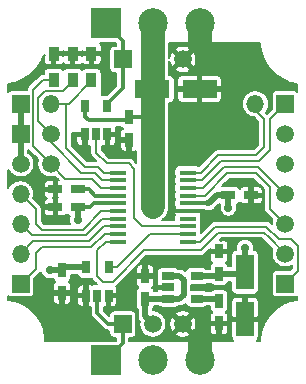
<source format=gbr>
G04 #@! TF.GenerationSoftware,KiCad,Pcbnew,(5.0.0)*
G04 #@! TF.CreationDate,2018-11-06T13:21:30+03:00*
G04 #@! TF.ProjectId,NeoModule,4E656F4D6F64756C652E6B696361645F,rev?*
G04 #@! TF.SameCoordinates,Original*
G04 #@! TF.FileFunction,Copper,L1,Top,Signal*
G04 #@! TF.FilePolarity,Positive*
%FSLAX46Y46*%
G04 Gerber Fmt 4.6, Leading zero omitted, Abs format (unit mm)*
G04 Created by KiCad (PCBNEW (5.0.0)) date 11/06/18 13:21:30*
%MOMM*%
%LPD*%
G01*
G04 APERTURE LIST*
G04 #@! TA.AperFunction,ComponentPad*
%ADD10R,2.500000X2.500000*%
G04 #@! TD*
G04 #@! TA.AperFunction,ComponentPad*
%ADD11C,2.500000*%
G04 #@! TD*
G04 #@! TA.AperFunction,SMDPad,CuDef*
%ADD12R,1.450000X0.450000*%
G04 #@! TD*
G04 #@! TA.AperFunction,SMDPad,CuDef*
%ADD13R,0.750000X1.200000*%
G04 #@! TD*
G04 #@! TA.AperFunction,SMDPad,CuDef*
%ADD14R,1.200000X0.750000*%
G04 #@! TD*
G04 #@! TA.AperFunction,SMDPad,CuDef*
%ADD15R,1.500000X3.000000*%
G04 #@! TD*
G04 #@! TA.AperFunction,SMDPad,CuDef*
%ADD16R,3.000000X1.500000*%
G04 #@! TD*
G04 #@! TA.AperFunction,SMDPad,CuDef*
%ADD17R,1.100000X0.700000*%
G04 #@! TD*
G04 #@! TA.AperFunction,SMDPad,CuDef*
%ADD18R,0.700000X1.100000*%
G04 #@! TD*
G04 #@! TA.AperFunction,SMDPad,CuDef*
%ADD19R,0.900000X1.200000*%
G04 #@! TD*
G04 #@! TA.AperFunction,ComponentPad*
%ADD20R,1.500000X1.500000*%
G04 #@! TD*
G04 #@! TA.AperFunction,ComponentPad*
%ADD21C,1.500000*%
G04 #@! TD*
G04 #@! TA.AperFunction,ComponentPad*
%ADD22O,1.500000X1.500000*%
G04 #@! TD*
G04 #@! TA.AperFunction,ViaPad*
%ADD23C,0.700000*%
G04 #@! TD*
G04 #@! TA.AperFunction,Conductor*
%ADD24C,0.200000*%
G04 #@! TD*
G04 #@! TA.AperFunction,Conductor*
%ADD25C,0.300000*%
G04 #@! TD*
G04 #@! TA.AperFunction,Conductor*
%ADD26C,2.000000*%
G04 #@! TD*
G04 #@! TA.AperFunction,Conductor*
%ADD27C,0.500000*%
G04 #@! TD*
G04 APERTURE END LIST*
D10*
G04 #@! TO.P,REF\002A\002A,1*
G04 #@! TO.N,DIN*
X108700000Y-101550000D03*
D11*
G04 #@! TO.P,REF\002A\002A,2*
G04 #@! TO.N,VIN*
X112700000Y-101550000D03*
G04 #@! TO.P,REF\002A\002A,3*
G04 #@! TO.N,GND*
X116700000Y-101550000D03*
G04 #@! TD*
D12*
G04 #@! TO.P,DD1,1*
G04 #@! TO.N,Net-(DD1-Pad1)*
X109750000Y-85675000D03*
G04 #@! TO.P,DD1,2*
G04 #@! TO.N,Net-(DD1-Pad2)*
X109750000Y-86325000D03*
G04 #@! TO.P,DD1,3*
G04 #@! TO.N,Net-(DD1-Pad3)*
X109750000Y-86975000D03*
G04 #@! TO.P,DD1,4*
G04 #@! TO.N,Net-(C4-Pad1)*
X109750000Y-87625000D03*
G04 #@! TO.P,DD1,5*
G04 #@! TO.N,3V3*
X109750000Y-88275000D03*
G04 #@! TO.P,DD1,6*
G04 #@! TO.N,OUT1*
X109750000Y-88925000D03*
G04 #@! TO.P,DD1,7*
G04 #@! TO.N,OUT2*
X109750000Y-89575000D03*
G04 #@! TO.P,DD1,8*
G04 #@! TO.N,OUT3*
X109750000Y-90225000D03*
G04 #@! TO.P,DD1,9*
G04 #@! TO.N,OUT4*
X109750000Y-90875000D03*
G04 #@! TO.P,DD1,10*
G04 #@! TO.N,OUT6*
X109750000Y-91525000D03*
G04 #@! TO.P,DD1,11*
G04 #@! TO.N,OUT5*
X115650000Y-91525000D03*
G04 #@! TO.P,DD1,12*
G04 #@! TO.N,LED_IN*
X115650000Y-90875000D03*
G04 #@! TO.P,DD1,13*
G04 #@! TO.N,LED_OUT*
X115650000Y-90225000D03*
G04 #@! TO.P,DD1,14*
G04 #@! TO.N,Net-(DD1-Pad14)*
X115650000Y-89575000D03*
G04 #@! TO.P,DD1,15*
G04 #@! TO.N,GND*
X115650000Y-88925000D03*
G04 #@! TO.P,DD1,16*
G04 #@! TO.N,3V3*
X115650000Y-88275000D03*
G04 #@! TO.P,DD1,17*
G04 #@! TO.N,OUT7_TX*
X115650000Y-87625000D03*
G04 #@! TO.P,DD1,18*
G04 #@! TO.N,OUT8_RX*
X115650000Y-86975000D03*
G04 #@! TO.P,DD1,19*
G04 #@! TO.N,SWDIO*
X115650000Y-86325000D03*
G04 #@! TO.P,DD1,20*
G04 #@! TO.N,SWDCLK*
X115650000Y-85675000D03*
G04 #@! TD*
D13*
G04 #@! TO.P,C1,2*
G04 #@! TO.N,GND*
X112050000Y-94450000D03*
G04 #@! TO.P,C1,1*
G04 #@! TO.N,VIN*
X112050000Y-96350000D03*
G04 #@! TD*
G04 #@! TO.P,C2,2*
G04 #@! TO.N,GND*
X118300000Y-98450000D03*
G04 #@! TO.P,C2,1*
G04 #@! TO.N,Net-(C2-Pad1)*
X118300000Y-96550000D03*
G04 #@! TD*
G04 #@! TO.P,C3,1*
G04 #@! TO.N,3V3*
X118300000Y-94250000D03*
G04 #@! TO.P,C3,2*
G04 #@! TO.N,GND*
X118300000Y-92350000D03*
G04 #@! TD*
D14*
G04 #@! TO.P,C4,1*
G04 #@! TO.N,Net-(C4-Pad1)*
X106350000Y-87100000D03*
G04 #@! TO.P,C4,2*
G04 #@! TO.N,GND*
X104450000Y-87100000D03*
G04 #@! TD*
G04 #@! TO.P,C5,2*
G04 #@! TO.N,3V3*
X106350000Y-88600000D03*
G04 #@! TO.P,C5,1*
G04 #@! TO.N,GND*
X104450000Y-88600000D03*
G04 #@! TD*
G04 #@! TO.P,C6,1*
G04 #@! TO.N,GND*
X121000000Y-87600000D03*
G04 #@! TO.P,C6,2*
G04 #@! TO.N,3V3*
X119100000Y-87600000D03*
G04 #@! TD*
D15*
G04 #@! TO.P,C7,1*
G04 #@! TO.N,3V3*
X120500000Y-94101020D03*
G04 #@! TO.P,C7,2*
G04 #@! TO.N,GND*
X120500000Y-98098980D03*
G04 #@! TD*
D13*
G04 #@! TO.P,C8,1*
G04 #@! TO.N,GND*
X105000000Y-95850000D03*
G04 #@! TO.P,C8,2*
G04 #@! TO.N,3V3*
X105000000Y-93950000D03*
G04 #@! TD*
G04 #@! TO.P,C9,2*
G04 #@! TO.N,VIN*
X110700000Y-81000000D03*
G04 #@! TO.P,C9,1*
G04 #@! TO.N,GND*
X110700000Y-82900000D03*
G04 #@! TD*
D16*
G04 #@! TO.P,C10,2*
G04 #@! TO.N,GND*
X116648980Y-78600000D03*
G04 #@! TO.P,C10,1*
G04 #@! TO.N,VIN*
X112651020Y-78600000D03*
G04 #@! TD*
D17*
G04 #@! TO.P,DA1,5*
G04 #@! TO.N,3V3*
X116400000Y-94450000D03*
G04 #@! TO.P,DA1,4*
G04 #@! TO.N,Net-(C2-Pad1)*
X116400000Y-96350000D03*
G04 #@! TO.P,DA1,3*
G04 #@! TO.N,VIN*
X114000000Y-96350000D03*
G04 #@! TO.P,DA1,2*
G04 #@! TO.N,GND*
X114000000Y-95400000D03*
G04 #@! TO.P,DA1,1*
G04 #@! TO.N,VIN*
X114000000Y-94450000D03*
G04 #@! TD*
D18*
G04 #@! TO.P,DD2,1*
G04 #@! TO.N,GND*
X107050000Y-96100000D03*
G04 #@! TO.P,DD2,2*
G04 #@! TO.N,DIN*
X108000000Y-96100000D03*
G04 #@! TO.P,DD2,3*
G04 #@! TO.N,GND*
X108950000Y-96100000D03*
G04 #@! TO.P,DD2,4*
G04 #@! TO.N,LED_IN*
X108950000Y-93700000D03*
G04 #@! TO.P,DD2,5*
G04 #@! TO.N,3V3*
X107050000Y-93700000D03*
G04 #@! TD*
G04 #@! TO.P,DD3,1*
G04 #@! TO.N,GND*
X106950000Y-82450000D03*
G04 #@! TO.P,DD3,2*
G04 #@! TO.N,LED_OUT*
X107900000Y-82450000D03*
G04 #@! TO.P,DD3,3*
G04 #@! TO.N,GND*
X108850000Y-82450000D03*
G04 #@! TO.P,DD3,4*
G04 #@! TO.N,DOUT*
X108850000Y-80050000D03*
G04 #@! TO.P,DD3,5*
G04 #@! TO.N,VIN*
X106950000Y-80050000D03*
G04 #@! TD*
D19*
G04 #@! TO.P,R1,2*
G04 #@! TO.N,GND*
X107500000Y-75600000D03*
G04 #@! TO.P,R1,1*
G04 #@! TO.N,Net-(DD1-Pad1)*
X107500000Y-77800000D03*
G04 #@! TD*
G04 #@! TO.P,R2,1*
G04 #@! TO.N,GND*
X104300000Y-75600000D03*
G04 #@! TO.P,R2,2*
G04 #@! TO.N,Net-(DD1-Pad3)*
X104300000Y-77800000D03*
G04 #@! TD*
G04 #@! TO.P,R3,1*
G04 #@! TO.N,GND*
X105900000Y-75600000D03*
G04 #@! TO.P,R3,2*
G04 #@! TO.N,Net-(DD1-Pad2)*
X105900000Y-77800000D03*
G04 #@! TD*
D20*
G04 #@! TO.P,XP1,1*
G04 #@! TO.N,3V3*
X101500000Y-82400000D03*
D21*
G04 #@! TO.P,XP1,2*
G04 #@! TO.N,Net-(DD1-Pad2)*
X104040000Y-82400000D03*
G04 #@! TO.P,XP1,3*
G04 #@! TO.N,3V3*
X101500000Y-84940000D03*
G04 #@! TO.P,XP1,4*
G04 #@! TO.N,Net-(DD1-Pad3)*
X104040000Y-84940000D03*
G04 #@! TD*
D20*
G04 #@! TO.P,XP2,1*
G04 #@! TO.N,3V3*
X101500000Y-79860000D03*
D22*
G04 #@! TO.P,XP2,2*
G04 #@! TO.N,Net-(DD1-Pad1)*
X104040000Y-79860000D03*
G04 #@! TD*
D21*
G04 #@! TO.P,XP6,3*
G04 #@! TO.N,GND*
X115240000Y-98500000D03*
G04 #@! TO.P,XP6,2*
G04 #@! TO.N,VIN*
X112700000Y-98500000D03*
D20*
G04 #@! TO.P,XP6,1*
G04 #@! TO.N,DIN*
X110160000Y-98500000D03*
G04 #@! TD*
G04 #@! TO.P,XP7,1*
G04 #@! TO.N,DOUT*
X110160000Y-76100000D03*
D21*
G04 #@! TO.P,XP7,2*
G04 #@! TO.N,VIN*
X112700000Y-76100000D03*
G04 #@! TO.P,XP7,3*
G04 #@! TO.N,GND*
X115240000Y-76100000D03*
G04 #@! TD*
D20*
G04 #@! TO.P,XP5,1*
G04 #@! TO.N,SWDIO*
X123900000Y-79860000D03*
D22*
G04 #@! TO.P,XP5,2*
G04 #@! TO.N,SWDCLK*
X121360000Y-79860000D03*
G04 #@! TD*
D20*
G04 #@! TO.P,XP3,1*
G04 #@! TO.N,OUT4*
X101500000Y-95100000D03*
D22*
G04 #@! TO.P,XP3,2*
G04 #@! TO.N,OUT3*
X101500000Y-92560000D03*
G04 #@! TO.P,XP3,3*
G04 #@! TO.N,OUT2*
X101500000Y-90020000D03*
G04 #@! TO.P,XP3,4*
G04 #@! TO.N,OUT1*
X101500000Y-87480000D03*
G04 #@! TD*
D20*
G04 #@! TO.P,XP4,1*
G04 #@! TO.N,OUT5*
X123900000Y-95100000D03*
D21*
G04 #@! TO.P,XP4,2*
G04 #@! TO.N,OUT6*
X123900000Y-92560000D03*
G04 #@! TO.P,XP4,3*
G04 #@! TO.N,OUT7_TX*
X123900000Y-90020000D03*
G04 #@! TO.P,XP4,4*
G04 #@! TO.N,OUT8_RX*
X123900000Y-87480000D03*
G04 #@! TO.P,XP4,5*
G04 #@! TO.N,GND*
X123900000Y-84940000D03*
G04 #@! TO.P,XP4,6*
G04 #@! TO.N,VIN*
X123900000Y-82400000D03*
G04 #@! TD*
D11*
G04 #@! TO.P,REF\002A\002A,3*
G04 #@! TO.N,GND*
X116700000Y-73050000D03*
G04 #@! TO.P,REF\002A\002A,2*
G04 #@! TO.N,VIN*
X112700000Y-73050000D03*
D10*
G04 #@! TO.P,REF\002A\002A,1*
G04 #@! TO.N,DOUT*
X108700000Y-73050000D03*
G04 #@! TD*
D23*
G04 #@! TO.N,GND*
X111000000Y-94450000D03*
X106950000Y-83650000D03*
X108850000Y-83650000D03*
X109950000Y-96100000D03*
X103250000Y-76700000D03*
X108950000Y-78250000D03*
X102050000Y-77900000D03*
X118000000Y-89400000D03*
X120300000Y-89400000D03*
X110700000Y-84100000D03*
X121000000Y-76000000D03*
X118500000Y-76000000D03*
X119000000Y-78600000D03*
X114500000Y-82300000D03*
X117700000Y-82300000D03*
X116100000Y-82300000D03*
X114500000Y-84500000D03*
X122200000Y-97300000D03*
X122000000Y-89400000D03*
X121000000Y-86600000D03*
X115300000Y-93200000D03*
X103900000Y-95900000D03*
X107000000Y-97500000D03*
X105000000Y-97500000D03*
X107000000Y-99000000D03*
X103900000Y-99000000D03*
X117500000Y-83700000D03*
X103250000Y-87850000D03*
X103600000Y-89650000D03*
X105000000Y-89650000D03*
G04 #@! TO.N,VIN*
X112200000Y-80000000D03*
X113200000Y-80000000D03*
X112200000Y-81000000D03*
X113200000Y-81000000D03*
X112200000Y-88800000D03*
X112200000Y-87800000D03*
X113200000Y-87800000D03*
X113200000Y-88800000D03*
G04 #@! TO.N,3V3*
X106350000Y-89650000D03*
X103950000Y-93950000D03*
X120500000Y-92050000D03*
X119100000Y-88650000D03*
G04 #@! TD*
D24*
G04 #@! TO.N,GND*
X112050000Y-94450000D02*
X111000000Y-94450000D01*
D25*
X106950000Y-82450000D02*
X106950000Y-83650000D01*
X108850000Y-82450000D02*
X108850000Y-83650000D01*
D26*
X116700000Y-73050000D02*
X116700000Y-74700000D01*
X116700000Y-101550000D02*
X116700000Y-99800000D01*
D25*
X115650000Y-88925000D02*
X116975000Y-88925000D01*
X115650000Y-88925000D02*
X114375000Y-88925000D01*
D26*
G04 #@! TO.N,VIN*
X112700000Y-76100000D02*
X112700000Y-78098980D01*
D27*
X112050000Y-97850000D02*
X112700000Y-98500000D01*
X112050000Y-96350000D02*
X112050000Y-97850000D01*
X112050000Y-96350000D02*
X114000000Y-96350000D01*
X114950000Y-94450000D02*
X114000000Y-94450000D01*
X115300000Y-94800000D02*
X114950000Y-94450000D01*
X115300000Y-96000000D02*
X115300000Y-94800000D01*
X114000000Y-96350000D02*
X114950000Y-96350000D01*
X114950000Y-96350000D02*
X115300000Y-96000000D01*
D26*
X112700000Y-76100000D02*
X112700000Y-88550000D01*
D25*
X106950000Y-80050000D02*
X106950000Y-80950000D01*
X106950000Y-80950000D02*
X107250000Y-81250000D01*
X110450000Y-81250000D02*
X110700000Y-81000000D01*
X107250000Y-81250000D02*
X110450000Y-81250000D01*
X110700000Y-81000000D02*
X112200000Y-81000000D01*
D26*
X112700000Y-76100000D02*
X112700000Y-73050000D01*
D27*
G04 #@! TO.N,Net-(C2-Pad1)*
X118100000Y-96350000D02*
X118300000Y-96550000D01*
X116400000Y-96350000D02*
X118100000Y-96350000D01*
D25*
G04 #@! TO.N,3V3*
X107350000Y-88600000D02*
X106350000Y-88600000D01*
X108325000Y-88275000D02*
X107675000Y-88275000D01*
X107675000Y-88275000D02*
X107350000Y-88600000D01*
X108325000Y-88275000D02*
X109750000Y-88275000D01*
D27*
X101500000Y-79860000D02*
X101500000Y-82400000D01*
X101500000Y-82400000D02*
X101500000Y-84940000D01*
X118100000Y-94450000D02*
X118300000Y-94250000D01*
X116400000Y-94450000D02*
X118100000Y-94450000D01*
X120351020Y-94250000D02*
X120500000Y-94101020D01*
X118300000Y-94250000D02*
X120351020Y-94250000D01*
X106350000Y-88600000D02*
X106350000Y-89650000D01*
X103950000Y-93950000D02*
X105000000Y-93950000D01*
D25*
X115650000Y-88275000D02*
X117300000Y-88275000D01*
D24*
X117300000Y-88275000D02*
X117550000Y-88275000D01*
D27*
X120500000Y-94101020D02*
X120500000Y-92050000D01*
X119100000Y-88650000D02*
X119100000Y-87600000D01*
X117475000Y-88275000D02*
X117300000Y-88275000D01*
X119100000Y-87600000D02*
X118150000Y-87600000D01*
X118150000Y-87600000D02*
X117475000Y-88275000D01*
X105000000Y-93700000D02*
X105000000Y-93950000D01*
X107050000Y-93700000D02*
X105000000Y-93700000D01*
D25*
G04 #@! TO.N,Net-(C4-Pad1)*
X107300000Y-87100000D02*
X106350000Y-87100000D01*
X107300000Y-87100000D02*
X107825000Y-87625000D01*
X107825000Y-87625000D02*
X108300000Y-87625000D01*
X109750000Y-87625000D02*
X108300000Y-87625000D01*
D24*
G04 #@! TO.N,Net-(DD1-Pad1)*
X107500000Y-77950000D02*
X107500000Y-77800000D01*
X105590000Y-79860000D02*
X107500000Y-77950000D01*
X104040000Y-79860000D02*
X105350000Y-79860000D01*
X105350000Y-79860000D02*
X105590000Y-79860000D01*
X108525000Y-85675000D02*
X109750000Y-85675000D01*
X106950000Y-85200000D02*
X108050000Y-85200000D01*
X105350000Y-79860000D02*
X105350000Y-83600000D01*
X108050000Y-85200000D02*
X108525000Y-85675000D01*
X105350000Y-83600000D02*
X106950000Y-85200000D01*
G04 #@! TO.N,Net-(DD1-Pad2)*
X102950000Y-79350000D02*
X103550000Y-78750000D01*
X104040000Y-82400000D02*
X102950000Y-81310000D01*
X102950000Y-81310000D02*
X102950000Y-79350000D01*
X103550000Y-78750000D02*
X105100000Y-78750000D01*
X105900000Y-77950000D02*
X105900000Y-77800000D01*
X105100000Y-78750000D02*
X105900000Y-77950000D01*
X104040000Y-83090000D02*
X104040000Y-82400000D01*
X106650000Y-85700000D02*
X104040000Y-83090000D01*
X107800000Y-85700000D02*
X106650000Y-85700000D01*
X109750000Y-86325000D02*
X108425000Y-86325000D01*
X108425000Y-86325000D02*
X107800000Y-85700000D01*
G04 #@! TO.N,Net-(DD1-Pad3)*
X102550000Y-83450000D02*
X104040000Y-84940000D01*
X102550000Y-78650000D02*
X102550000Y-83450000D01*
X104300000Y-77800000D02*
X103400000Y-77800000D01*
X103400000Y-77800000D02*
X102550000Y-78650000D01*
X107550000Y-86200000D02*
X108325000Y-86975000D01*
X104040000Y-84940000D02*
X105300000Y-86200000D01*
X108325000Y-86975000D02*
X109750000Y-86975000D01*
X105300000Y-86200000D02*
X107550000Y-86200000D01*
G04 #@! TO.N,OUT1*
X102800000Y-88780000D02*
X101500000Y-87480000D01*
X102800000Y-90000000D02*
X102800000Y-88780000D01*
X103300000Y-90500000D02*
X102800000Y-90000000D01*
X106750000Y-90500000D02*
X103300000Y-90500000D01*
X109750000Y-88925000D02*
X108325000Y-88925000D01*
X108325000Y-88925000D02*
X106750000Y-90500000D01*
G04 #@! TO.N,OUT2*
X101500000Y-90020000D02*
X101520000Y-90020000D01*
X109750000Y-89575000D02*
X108425000Y-89575000D01*
X108425000Y-89575000D02*
X107000000Y-91000000D01*
X107000000Y-91000000D02*
X102480000Y-91000000D01*
X102480000Y-91000000D02*
X101500000Y-90020000D01*
G04 #@! TO.N,OUT3*
X109750000Y-90225000D02*
X108525000Y-90225000D01*
X101500000Y-92560000D02*
X102560000Y-91500000D01*
X102560000Y-91500000D02*
X107250000Y-91500000D01*
X107250000Y-91500000D02*
X108525000Y-90225000D01*
G04 #@! TO.N,OUT4*
X107500000Y-92000000D02*
X108625000Y-90875000D01*
X109750000Y-90875000D02*
X108625000Y-90875000D01*
X107500000Y-92000000D02*
X103300000Y-92000000D01*
X103300000Y-92000000D02*
X102800000Y-92500000D01*
X102800000Y-93800000D02*
X101500000Y-95100000D01*
X102800000Y-92500000D02*
X102800000Y-93800000D01*
G04 #@! TO.N,OUT5*
X125000000Y-94000000D02*
X123900000Y-95100000D01*
X125000000Y-91900000D02*
X125000000Y-94000000D01*
X115650000Y-91525000D02*
X116725000Y-91525000D01*
X116725000Y-91525000D02*
X118000000Y-90250000D01*
X118000000Y-90250000D02*
X122300000Y-90250000D01*
X122300000Y-90250000D02*
X123350000Y-91300000D01*
X123350000Y-91300000D02*
X124400000Y-91300000D01*
X124400000Y-91300000D02*
X125000000Y-91900000D01*
G04 #@! TO.N,OUT6*
X122490000Y-91150000D02*
X123900000Y-92560000D01*
X122090000Y-90750000D02*
X122490000Y-91150000D01*
X118250000Y-90750000D02*
X122090000Y-90750000D01*
X116750000Y-92250000D02*
X118250000Y-90750000D01*
X111950000Y-92250000D02*
X116750000Y-92250000D01*
X108725000Y-91525000D02*
X108000000Y-92250000D01*
X109750000Y-91525000D02*
X108725000Y-91525000D01*
X108000000Y-92250000D02*
X108000000Y-94450000D01*
X108000000Y-94450000D02*
X108450000Y-94900000D01*
X108450000Y-94900000D02*
X109300000Y-94900000D01*
X109300000Y-94900000D02*
X111950000Y-92250000D01*
G04 #@! TO.N,LED_IN*
X109650000Y-93700000D02*
X108950000Y-93700000D01*
X115650000Y-90875000D02*
X112475000Y-90875000D01*
X112475000Y-90875000D02*
X109650000Y-93700000D01*
G04 #@! TO.N,LED_OUT*
X111775000Y-90225000D02*
X115650000Y-90225000D01*
X107900000Y-84000000D02*
X108800000Y-84900000D01*
X107900000Y-82450000D02*
X107900000Y-84000000D01*
X108800000Y-84900000D02*
X110650000Y-84900000D01*
X110650000Y-84900000D02*
X111100000Y-85350000D01*
X111100000Y-85350000D02*
X111100000Y-89550000D01*
X111100000Y-89550000D02*
X111775000Y-90225000D01*
G04 #@! TO.N,OUT7_TX*
X122600000Y-88720000D02*
X123900000Y-90020000D01*
X122600000Y-86900000D02*
X122600000Y-88720000D01*
X121400000Y-85700000D02*
X122600000Y-86900000D01*
X119000000Y-85700000D02*
X121400000Y-85700000D01*
X115650000Y-87625000D02*
X117075000Y-87625000D01*
X117075000Y-87625000D02*
X119000000Y-85700000D01*
G04 #@! TO.N,OUT8_RX*
X121620000Y-85200000D02*
X123900000Y-87480000D01*
X118750000Y-85200000D02*
X121620000Y-85200000D01*
X115650000Y-86975000D02*
X116975000Y-86975000D01*
X116975000Y-86975000D02*
X118750000Y-85200000D01*
G04 #@! TO.N,SWDIO*
X116875000Y-86325000D02*
X115650000Y-86325000D01*
X118500000Y-84700000D02*
X116875000Y-86325000D01*
X121700000Y-84700000D02*
X118500000Y-84700000D01*
X122600000Y-83800000D02*
X121700000Y-84700000D01*
X123900000Y-79860000D02*
X122600000Y-81160000D01*
X122600000Y-81160000D02*
X122600000Y-83800000D01*
G04 #@! TO.N,SWDCLK*
X116775000Y-85675000D02*
X115650000Y-85675000D01*
X121360000Y-80410000D02*
X122100000Y-81150000D01*
X121360000Y-79860000D02*
X121360000Y-80410000D01*
X122100000Y-81150000D02*
X122100000Y-83550000D01*
X122100000Y-83550000D02*
X121450000Y-84200000D01*
X121450000Y-84200000D02*
X118250000Y-84200000D01*
X118250000Y-84200000D02*
X116775000Y-85675000D01*
D25*
G04 #@! TO.N,DIN*
X108900000Y-98500000D02*
X110160000Y-98500000D01*
X108000000Y-96100000D02*
X108000000Y-97600000D01*
X108000000Y-97600000D02*
X108900000Y-98500000D01*
X110160000Y-100090000D02*
X110160000Y-98500000D01*
X108700000Y-101550000D02*
X110160000Y-100090000D01*
G04 #@! TO.N,DOUT*
X110160000Y-76100000D02*
X110160000Y-78540000D01*
X108850000Y-79850000D02*
X108850000Y-80050000D01*
X110160000Y-78540000D02*
X108850000Y-79850000D01*
X110160000Y-76100000D02*
X110160000Y-76110000D01*
X110160000Y-74510000D02*
X108700000Y-73050000D01*
X110160000Y-76100000D02*
X110160000Y-74510000D01*
G04 #@! TD*
D24*
G04 #@! TO.N,GND*
G36*
X122153812Y-91520919D02*
X122153823Y-91520928D01*
X122812722Y-92179827D01*
X122794194Y-92224557D01*
X122750000Y-92446735D01*
X122750000Y-92673265D01*
X122794194Y-92895443D01*
X122880884Y-93104729D01*
X123006737Y-93293082D01*
X123166918Y-93453263D01*
X123355271Y-93579116D01*
X123564557Y-93665806D01*
X123786735Y-93710000D01*
X124013265Y-93710000D01*
X124235443Y-93665806D01*
X124444729Y-93579116D01*
X124500001Y-93542185D01*
X124500001Y-93792893D01*
X124344829Y-93948065D01*
X123150000Y-93948065D01*
X123071586Y-93955788D01*
X122996186Y-93978660D01*
X122926697Y-94015803D01*
X122865789Y-94065789D01*
X122815803Y-94126697D01*
X122778660Y-94196186D01*
X122755788Y-94271586D01*
X122748065Y-94350000D01*
X122748065Y-95850000D01*
X122755788Y-95928414D01*
X122778660Y-96003814D01*
X122815803Y-96073303D01*
X122865789Y-96134211D01*
X122926697Y-96184197D01*
X122996186Y-96221340D01*
X123071586Y-96244212D01*
X123150000Y-96251935D01*
X124650000Y-96251935D01*
X124728414Y-96244212D01*
X124803814Y-96221340D01*
X124873303Y-96184197D01*
X124925001Y-96141769D01*
X124925001Y-96423955D01*
X124349919Y-96538346D01*
X123694760Y-96809721D01*
X123105134Y-97203697D01*
X122603697Y-97705134D01*
X122209721Y-98294760D01*
X121938346Y-98949919D01*
X121800000Y-99645431D01*
X121800000Y-99900000D01*
X121514666Y-99900000D01*
X121560700Y-99853966D01*
X121604475Y-99788451D01*
X121634628Y-99715656D01*
X121650000Y-99638377D01*
X121650000Y-98348980D01*
X121550000Y-98248980D01*
X120650000Y-98248980D01*
X120650000Y-98268980D01*
X120350000Y-98268980D01*
X120350000Y-98248980D01*
X119450000Y-98248980D01*
X119350000Y-98348980D01*
X119350000Y-99638377D01*
X119365372Y-99715656D01*
X119395525Y-99788451D01*
X119439300Y-99853966D01*
X119485334Y-99900000D01*
X116738677Y-99900000D01*
X116614941Y-99894199D01*
X116576429Y-99900000D01*
X110710000Y-99900000D01*
X110710000Y-99651935D01*
X110910000Y-99651935D01*
X110988414Y-99644212D01*
X111063814Y-99621340D01*
X111133303Y-99584197D01*
X111194211Y-99534211D01*
X111244197Y-99473303D01*
X111281340Y-99403814D01*
X111304212Y-99328414D01*
X111311935Y-99250000D01*
X111311935Y-97750000D01*
X111304212Y-97671586D01*
X111281340Y-97596186D01*
X111244197Y-97526697D01*
X111194211Y-97465789D01*
X111133303Y-97415803D01*
X111063814Y-97378660D01*
X110988414Y-97355788D01*
X110910000Y-97348065D01*
X109410000Y-97348065D01*
X109331586Y-97355788D01*
X109256186Y-97378660D01*
X109186697Y-97415803D01*
X109125789Y-97465789D01*
X109075803Y-97526697D01*
X109038660Y-97596186D01*
X109015788Y-97671586D01*
X109008065Y-97750000D01*
X109008065Y-97830247D01*
X108550000Y-97372183D01*
X108550000Y-97047891D01*
X108560604Y-97050000D01*
X108700000Y-97050000D01*
X108800000Y-96950000D01*
X108800000Y-96250000D01*
X109100000Y-96250000D01*
X109100000Y-96950000D01*
X109200000Y-97050000D01*
X109339396Y-97050000D01*
X109416675Y-97034628D01*
X109489471Y-97004476D01*
X109554985Y-96960701D01*
X109610700Y-96904986D01*
X109654475Y-96839471D01*
X109684628Y-96766676D01*
X109700000Y-96689397D01*
X109700000Y-96350000D01*
X109600000Y-96250000D01*
X109100000Y-96250000D01*
X108800000Y-96250000D01*
X108780000Y-96250000D01*
X108780000Y-95950000D01*
X108800000Y-95950000D01*
X108800000Y-95930000D01*
X109100000Y-95930000D01*
X109100000Y-95950000D01*
X109600000Y-95950000D01*
X109700000Y-95850000D01*
X109700000Y-95750000D01*
X111273065Y-95750000D01*
X111273065Y-96950000D01*
X111280788Y-97028414D01*
X111303660Y-97103814D01*
X111340803Y-97173303D01*
X111390789Y-97234211D01*
X111400001Y-97241771D01*
X111400001Y-97818069D01*
X111396856Y-97850000D01*
X111400001Y-97881932D01*
X111403056Y-97912946D01*
X111409406Y-97977422D01*
X111446573Y-98099947D01*
X111506930Y-98212868D01*
X111567802Y-98287040D01*
X111567805Y-98287043D01*
X111569435Y-98289029D01*
X111550000Y-98386735D01*
X111550000Y-98613265D01*
X111594194Y-98835443D01*
X111680884Y-99044729D01*
X111806737Y-99233082D01*
X111966918Y-99393263D01*
X112155271Y-99519116D01*
X112364557Y-99605806D01*
X112586735Y-99650000D01*
X112813265Y-99650000D01*
X113035443Y-99605806D01*
X113244729Y-99519116D01*
X113433082Y-99393263D01*
X113481457Y-99344888D01*
X114607244Y-99344888D01*
X114687876Y-99515129D01*
X114896526Y-99603338D01*
X115118377Y-99649145D01*
X115344901Y-99650792D01*
X115567393Y-99608215D01*
X115777305Y-99523049D01*
X115792124Y-99515129D01*
X115872756Y-99344888D01*
X115240000Y-98712132D01*
X114607244Y-99344888D01*
X113481457Y-99344888D01*
X113593263Y-99233082D01*
X113719116Y-99044729D01*
X113805806Y-98835443D01*
X113850000Y-98613265D01*
X113850000Y-98604901D01*
X114089208Y-98604901D01*
X114131785Y-98827393D01*
X114216951Y-99037305D01*
X114224871Y-99052124D01*
X114395112Y-99132756D01*
X115027868Y-98500000D01*
X115452132Y-98500000D01*
X116084888Y-99132756D01*
X116255129Y-99052124D01*
X116343338Y-98843474D01*
X116372961Y-98700000D01*
X117525000Y-98700000D01*
X117525000Y-99089397D01*
X117540372Y-99166676D01*
X117570525Y-99239471D01*
X117614300Y-99304986D01*
X117670015Y-99360701D01*
X117735529Y-99404476D01*
X117808325Y-99434628D01*
X117885604Y-99450000D01*
X118050000Y-99450000D01*
X118150000Y-99350000D01*
X118150000Y-98600000D01*
X118450000Y-98600000D01*
X118450000Y-99350000D01*
X118550000Y-99450000D01*
X118714396Y-99450000D01*
X118791675Y-99434628D01*
X118864471Y-99404476D01*
X118929985Y-99360701D01*
X118985700Y-99304986D01*
X119029475Y-99239471D01*
X119059628Y-99166676D01*
X119075000Y-99089397D01*
X119075000Y-98700000D01*
X118975000Y-98600000D01*
X118450000Y-98600000D01*
X118150000Y-98600000D01*
X117625000Y-98600000D01*
X117525000Y-98700000D01*
X116372961Y-98700000D01*
X116389145Y-98621623D01*
X116390792Y-98395099D01*
X116348215Y-98172607D01*
X116263049Y-97962695D01*
X116255129Y-97947876D01*
X116084888Y-97867244D01*
X115452132Y-98500000D01*
X115027868Y-98500000D01*
X114395112Y-97867244D01*
X114224871Y-97947876D01*
X114136662Y-98156526D01*
X114090855Y-98378377D01*
X114089208Y-98604901D01*
X113850000Y-98604901D01*
X113850000Y-98386735D01*
X113805806Y-98164557D01*
X113719116Y-97955271D01*
X113593263Y-97766918D01*
X113481457Y-97655112D01*
X114607244Y-97655112D01*
X115240000Y-98287868D01*
X115872756Y-97655112D01*
X115792124Y-97484871D01*
X115583474Y-97396662D01*
X115361623Y-97350855D01*
X115135099Y-97349208D01*
X114912607Y-97391785D01*
X114702695Y-97476951D01*
X114687876Y-97484871D01*
X114607244Y-97655112D01*
X113481457Y-97655112D01*
X113433082Y-97606737D01*
X113244729Y-97480884D01*
X113035443Y-97394194D01*
X112813265Y-97350000D01*
X112700000Y-97350000D01*
X112700000Y-97241770D01*
X112709211Y-97234211D01*
X112759197Y-97173303D01*
X112796340Y-97103814D01*
X112819212Y-97028414D01*
X112822010Y-97000000D01*
X113185028Y-97000000D01*
X113226697Y-97034197D01*
X113296186Y-97071340D01*
X113371586Y-97094212D01*
X113450000Y-97101935D01*
X114550000Y-97101935D01*
X114628414Y-97094212D01*
X114703814Y-97071340D01*
X114773303Y-97034197D01*
X114814972Y-97000000D01*
X114918079Y-97000000D01*
X114950000Y-97003144D01*
X114981921Y-97000000D01*
X114981932Y-97000000D01*
X115077422Y-96990595D01*
X115199948Y-96953427D01*
X115312868Y-96893070D01*
X115411843Y-96811843D01*
X115432201Y-96787037D01*
X115454446Y-96764792D01*
X115455788Y-96778414D01*
X115478660Y-96853814D01*
X115515803Y-96923303D01*
X115565789Y-96984211D01*
X115626697Y-97034197D01*
X115696186Y-97071340D01*
X115771586Y-97094212D01*
X115850000Y-97101935D01*
X116950000Y-97101935D01*
X117028414Y-97094212D01*
X117103814Y-97071340D01*
X117173303Y-97034197D01*
X117214972Y-97000000D01*
X117523065Y-97000000D01*
X117523065Y-97150000D01*
X117530788Y-97228414D01*
X117553660Y-97303814D01*
X117590803Y-97373303D01*
X117640789Y-97434211D01*
X117701697Y-97484197D01*
X117729911Y-97499278D01*
X117670015Y-97539299D01*
X117614300Y-97595014D01*
X117570525Y-97660529D01*
X117540372Y-97733324D01*
X117525000Y-97810603D01*
X117525000Y-98200000D01*
X117625000Y-98300000D01*
X118150000Y-98300000D01*
X118150000Y-98280000D01*
X118450000Y-98280000D01*
X118450000Y-98300000D01*
X118975000Y-98300000D01*
X119075000Y-98200000D01*
X119075000Y-97810603D01*
X119059628Y-97733324D01*
X119029475Y-97660529D01*
X118985700Y-97595014D01*
X118929985Y-97539299D01*
X118870089Y-97499278D01*
X118898303Y-97484197D01*
X118959211Y-97434211D01*
X119009197Y-97373303D01*
X119046340Y-97303814D01*
X119069212Y-97228414D01*
X119076935Y-97150000D01*
X119076935Y-96559583D01*
X119350000Y-96559583D01*
X119350000Y-97848980D01*
X119450000Y-97948980D01*
X120350000Y-97948980D01*
X120350000Y-96298980D01*
X120650000Y-96298980D01*
X120650000Y-97948980D01*
X121550000Y-97948980D01*
X121650000Y-97848980D01*
X121650000Y-96559583D01*
X121634628Y-96482304D01*
X121604475Y-96409509D01*
X121560700Y-96343994D01*
X121504985Y-96288279D01*
X121439471Y-96244504D01*
X121366675Y-96214352D01*
X121289396Y-96198980D01*
X120750000Y-96198980D01*
X120650000Y-96298980D01*
X120350000Y-96298980D01*
X120250000Y-96198980D01*
X119710604Y-96198980D01*
X119633325Y-96214352D01*
X119560529Y-96244504D01*
X119495015Y-96288279D01*
X119439300Y-96343994D01*
X119395525Y-96409509D01*
X119365372Y-96482304D01*
X119350000Y-96559583D01*
X119076935Y-96559583D01*
X119076935Y-95950000D01*
X119069212Y-95871586D01*
X119046340Y-95796186D01*
X119009197Y-95726697D01*
X118959211Y-95665789D01*
X118898303Y-95615803D01*
X118828814Y-95578660D01*
X118753414Y-95555788D01*
X118675000Y-95548065D01*
X117925000Y-95548065D01*
X117846586Y-95555788D01*
X117771186Y-95578660D01*
X117701697Y-95615803D01*
X117640789Y-95665789D01*
X117612713Y-95700000D01*
X117214972Y-95700000D01*
X117173303Y-95665803D01*
X117103814Y-95628660D01*
X117028414Y-95605788D01*
X116950000Y-95598065D01*
X115950000Y-95598065D01*
X115950000Y-95201935D01*
X116950000Y-95201935D01*
X117028414Y-95194212D01*
X117103814Y-95171340D01*
X117173303Y-95134197D01*
X117214972Y-95100000D01*
X117612713Y-95100000D01*
X117640789Y-95134211D01*
X117701697Y-95184197D01*
X117771186Y-95221340D01*
X117846586Y-95244212D01*
X117925000Y-95251935D01*
X118675000Y-95251935D01*
X118753414Y-95244212D01*
X118828814Y-95221340D01*
X118898303Y-95184197D01*
X118959211Y-95134211D01*
X119009197Y-95073303D01*
X119046340Y-95003814D01*
X119069212Y-94928414D01*
X119072010Y-94900000D01*
X119348065Y-94900000D01*
X119348065Y-95601020D01*
X119355788Y-95679434D01*
X119378660Y-95754834D01*
X119415803Y-95824323D01*
X119465789Y-95885231D01*
X119526697Y-95935217D01*
X119596186Y-95972360D01*
X119671586Y-95995232D01*
X119750000Y-96002955D01*
X121250000Y-96002955D01*
X121328414Y-95995232D01*
X121403814Y-95972360D01*
X121473303Y-95935217D01*
X121534211Y-95885231D01*
X121584197Y-95824323D01*
X121621340Y-95754834D01*
X121644212Y-95679434D01*
X121651935Y-95601020D01*
X121651935Y-92601020D01*
X121644212Y-92522606D01*
X121621340Y-92447206D01*
X121584197Y-92377717D01*
X121534211Y-92316809D01*
X121473303Y-92266823D01*
X121403814Y-92229680D01*
X121328414Y-92206808D01*
X121250000Y-92199085D01*
X121235039Y-92199085D01*
X121250000Y-92123869D01*
X121250000Y-91976131D01*
X121221178Y-91831233D01*
X121164641Y-91694742D01*
X121082563Y-91571903D01*
X120978097Y-91467437D01*
X120855258Y-91385359D01*
X120718767Y-91328822D01*
X120573869Y-91300000D01*
X120426131Y-91300000D01*
X120281233Y-91328822D01*
X120144742Y-91385359D01*
X120021903Y-91467437D01*
X119917437Y-91571903D01*
X119835359Y-91694742D01*
X119778822Y-91831233D01*
X119750000Y-91976131D01*
X119750000Y-92123869D01*
X119764961Y-92199085D01*
X119750000Y-92199085D01*
X119671586Y-92206808D01*
X119596186Y-92229680D01*
X119526697Y-92266823D01*
X119465789Y-92316809D01*
X119415803Y-92377717D01*
X119378660Y-92447206D01*
X119355788Y-92522606D01*
X119348065Y-92601020D01*
X119348065Y-93600000D01*
X119072010Y-93600000D01*
X119069212Y-93571586D01*
X119046340Y-93496186D01*
X119009197Y-93426697D01*
X118959211Y-93365789D01*
X118898303Y-93315803D01*
X118870089Y-93300722D01*
X118929985Y-93260701D01*
X118985700Y-93204986D01*
X119029475Y-93139471D01*
X119059628Y-93066676D01*
X119075000Y-92989397D01*
X119075000Y-92600000D01*
X118975000Y-92500000D01*
X118450000Y-92500000D01*
X118450000Y-92520000D01*
X118150000Y-92520000D01*
X118150000Y-92500000D01*
X117625000Y-92500000D01*
X117525000Y-92600000D01*
X117525000Y-92989397D01*
X117540372Y-93066676D01*
X117570525Y-93139471D01*
X117614300Y-93204986D01*
X117670015Y-93260701D01*
X117729911Y-93300722D01*
X117701697Y-93315803D01*
X117640789Y-93365789D01*
X117590803Y-93426697D01*
X117553660Y-93496186D01*
X117530788Y-93571586D01*
X117523065Y-93650000D01*
X117523065Y-93800000D01*
X117214972Y-93800000D01*
X117173303Y-93765803D01*
X117103814Y-93728660D01*
X117028414Y-93705788D01*
X116950000Y-93698065D01*
X115850000Y-93698065D01*
X115771586Y-93705788D01*
X115696186Y-93728660D01*
X115626697Y-93765803D01*
X115565789Y-93815789D01*
X115515803Y-93876697D01*
X115478660Y-93946186D01*
X115455788Y-94021586D01*
X115454446Y-94035208D01*
X115432198Y-94012960D01*
X115411843Y-93988157D01*
X115312868Y-93906930D01*
X115199948Y-93846573D01*
X115077422Y-93809405D01*
X114981932Y-93800000D01*
X114981921Y-93800000D01*
X114950000Y-93796856D01*
X114918079Y-93800000D01*
X114814972Y-93800000D01*
X114773303Y-93765803D01*
X114703814Y-93728660D01*
X114628414Y-93705788D01*
X114550000Y-93698065D01*
X113450000Y-93698065D01*
X113371586Y-93705788D01*
X113296186Y-93728660D01*
X113226697Y-93765803D01*
X113165789Y-93815789D01*
X113115803Y-93876697D01*
X113078660Y-93946186D01*
X113055788Y-94021586D01*
X113048065Y-94100000D01*
X113048065Y-94800000D01*
X113055788Y-94878414D01*
X113069455Y-94923468D01*
X113065372Y-94933325D01*
X113050000Y-95010604D01*
X113050000Y-95150000D01*
X113150000Y-95250000D01*
X113850000Y-95250000D01*
X113850000Y-95230000D01*
X114150000Y-95230000D01*
X114150000Y-95250000D01*
X114170000Y-95250000D01*
X114170000Y-95550000D01*
X114150000Y-95550000D01*
X114150000Y-95570000D01*
X113850000Y-95570000D01*
X113850000Y-95550000D01*
X113150000Y-95550000D01*
X113050000Y-95650000D01*
X113050000Y-95700000D01*
X112822010Y-95700000D01*
X112819212Y-95671586D01*
X112796340Y-95596186D01*
X112759197Y-95526697D01*
X112709211Y-95465789D01*
X112648303Y-95415803D01*
X112620089Y-95400722D01*
X112679985Y-95360701D01*
X112735700Y-95304986D01*
X112779475Y-95239471D01*
X112809628Y-95166676D01*
X112825000Y-95089397D01*
X112825000Y-94700000D01*
X112725000Y-94600000D01*
X112200000Y-94600000D01*
X112200000Y-94620000D01*
X111900000Y-94620000D01*
X111900000Y-94600000D01*
X111375000Y-94600000D01*
X111275000Y-94700000D01*
X111275000Y-95089397D01*
X111290372Y-95166676D01*
X111320525Y-95239471D01*
X111364300Y-95304986D01*
X111420015Y-95360701D01*
X111479911Y-95400722D01*
X111451697Y-95415803D01*
X111390789Y-95465789D01*
X111340803Y-95526697D01*
X111303660Y-95596186D01*
X111280788Y-95671586D01*
X111273065Y-95750000D01*
X109700000Y-95750000D01*
X109700000Y-95510603D01*
X109684628Y-95433324D01*
X109654475Y-95360529D01*
X109610700Y-95295014D01*
X109608955Y-95293269D01*
X109655264Y-95255264D01*
X109670929Y-95236176D01*
X111096502Y-93810603D01*
X111275000Y-93810603D01*
X111275000Y-94200000D01*
X111375000Y-94300000D01*
X111900000Y-94300000D01*
X111900000Y-93550000D01*
X112200000Y-93550000D01*
X112200000Y-94300000D01*
X112725000Y-94300000D01*
X112825000Y-94200000D01*
X112825000Y-93810603D01*
X112809628Y-93733324D01*
X112779475Y-93660529D01*
X112735700Y-93595014D01*
X112679985Y-93539299D01*
X112614471Y-93495524D01*
X112541675Y-93465372D01*
X112464396Y-93450000D01*
X112300000Y-93450000D01*
X112200000Y-93550000D01*
X111900000Y-93550000D01*
X111800000Y-93450000D01*
X111635604Y-93450000D01*
X111558325Y-93465372D01*
X111485529Y-93495524D01*
X111420015Y-93539299D01*
X111364300Y-93595014D01*
X111320525Y-93660529D01*
X111290372Y-93733324D01*
X111275000Y-93810603D01*
X111096502Y-93810603D01*
X112157106Y-92750000D01*
X116725440Y-92750000D01*
X116750000Y-92752419D01*
X116774560Y-92750000D01*
X116848017Y-92742765D01*
X116942267Y-92714175D01*
X117029129Y-92667746D01*
X117105264Y-92605264D01*
X117120929Y-92586176D01*
X117566053Y-92141053D01*
X117625000Y-92200000D01*
X118150000Y-92200000D01*
X118150000Y-92180000D01*
X118450000Y-92180000D01*
X118450000Y-92200000D01*
X118975000Y-92200000D01*
X119075000Y-92100000D01*
X119075000Y-91710603D01*
X119059628Y-91633324D01*
X119029475Y-91560529D01*
X118985700Y-91495014D01*
X118929985Y-91439299D01*
X118864471Y-91395524D01*
X118791675Y-91365372D01*
X118714396Y-91350000D01*
X118550000Y-91350000D01*
X118450002Y-91449998D01*
X118450002Y-91350000D01*
X118357107Y-91350000D01*
X118457107Y-91250000D01*
X121882894Y-91250000D01*
X122153812Y-91520919D01*
X122153812Y-91520919D01*
G37*
X122153812Y-91520919D02*
X122153823Y-91520928D01*
X122812722Y-92179827D01*
X122794194Y-92224557D01*
X122750000Y-92446735D01*
X122750000Y-92673265D01*
X122794194Y-92895443D01*
X122880884Y-93104729D01*
X123006737Y-93293082D01*
X123166918Y-93453263D01*
X123355271Y-93579116D01*
X123564557Y-93665806D01*
X123786735Y-93710000D01*
X124013265Y-93710000D01*
X124235443Y-93665806D01*
X124444729Y-93579116D01*
X124500001Y-93542185D01*
X124500001Y-93792893D01*
X124344829Y-93948065D01*
X123150000Y-93948065D01*
X123071586Y-93955788D01*
X122996186Y-93978660D01*
X122926697Y-94015803D01*
X122865789Y-94065789D01*
X122815803Y-94126697D01*
X122778660Y-94196186D01*
X122755788Y-94271586D01*
X122748065Y-94350000D01*
X122748065Y-95850000D01*
X122755788Y-95928414D01*
X122778660Y-96003814D01*
X122815803Y-96073303D01*
X122865789Y-96134211D01*
X122926697Y-96184197D01*
X122996186Y-96221340D01*
X123071586Y-96244212D01*
X123150000Y-96251935D01*
X124650000Y-96251935D01*
X124728414Y-96244212D01*
X124803814Y-96221340D01*
X124873303Y-96184197D01*
X124925001Y-96141769D01*
X124925001Y-96423955D01*
X124349919Y-96538346D01*
X123694760Y-96809721D01*
X123105134Y-97203697D01*
X122603697Y-97705134D01*
X122209721Y-98294760D01*
X121938346Y-98949919D01*
X121800000Y-99645431D01*
X121800000Y-99900000D01*
X121514666Y-99900000D01*
X121560700Y-99853966D01*
X121604475Y-99788451D01*
X121634628Y-99715656D01*
X121650000Y-99638377D01*
X121650000Y-98348980D01*
X121550000Y-98248980D01*
X120650000Y-98248980D01*
X120650000Y-98268980D01*
X120350000Y-98268980D01*
X120350000Y-98248980D01*
X119450000Y-98248980D01*
X119350000Y-98348980D01*
X119350000Y-99638377D01*
X119365372Y-99715656D01*
X119395525Y-99788451D01*
X119439300Y-99853966D01*
X119485334Y-99900000D01*
X116738677Y-99900000D01*
X116614941Y-99894199D01*
X116576429Y-99900000D01*
X110710000Y-99900000D01*
X110710000Y-99651935D01*
X110910000Y-99651935D01*
X110988414Y-99644212D01*
X111063814Y-99621340D01*
X111133303Y-99584197D01*
X111194211Y-99534211D01*
X111244197Y-99473303D01*
X111281340Y-99403814D01*
X111304212Y-99328414D01*
X111311935Y-99250000D01*
X111311935Y-97750000D01*
X111304212Y-97671586D01*
X111281340Y-97596186D01*
X111244197Y-97526697D01*
X111194211Y-97465789D01*
X111133303Y-97415803D01*
X111063814Y-97378660D01*
X110988414Y-97355788D01*
X110910000Y-97348065D01*
X109410000Y-97348065D01*
X109331586Y-97355788D01*
X109256186Y-97378660D01*
X109186697Y-97415803D01*
X109125789Y-97465789D01*
X109075803Y-97526697D01*
X109038660Y-97596186D01*
X109015788Y-97671586D01*
X109008065Y-97750000D01*
X109008065Y-97830247D01*
X108550000Y-97372183D01*
X108550000Y-97047891D01*
X108560604Y-97050000D01*
X108700000Y-97050000D01*
X108800000Y-96950000D01*
X108800000Y-96250000D01*
X109100000Y-96250000D01*
X109100000Y-96950000D01*
X109200000Y-97050000D01*
X109339396Y-97050000D01*
X109416675Y-97034628D01*
X109489471Y-97004476D01*
X109554985Y-96960701D01*
X109610700Y-96904986D01*
X109654475Y-96839471D01*
X109684628Y-96766676D01*
X109700000Y-96689397D01*
X109700000Y-96350000D01*
X109600000Y-96250000D01*
X109100000Y-96250000D01*
X108800000Y-96250000D01*
X108780000Y-96250000D01*
X108780000Y-95950000D01*
X108800000Y-95950000D01*
X108800000Y-95930000D01*
X109100000Y-95930000D01*
X109100000Y-95950000D01*
X109600000Y-95950000D01*
X109700000Y-95850000D01*
X109700000Y-95750000D01*
X111273065Y-95750000D01*
X111273065Y-96950000D01*
X111280788Y-97028414D01*
X111303660Y-97103814D01*
X111340803Y-97173303D01*
X111390789Y-97234211D01*
X111400001Y-97241771D01*
X111400001Y-97818069D01*
X111396856Y-97850000D01*
X111400001Y-97881932D01*
X111403056Y-97912946D01*
X111409406Y-97977422D01*
X111446573Y-98099947D01*
X111506930Y-98212868D01*
X111567802Y-98287040D01*
X111567805Y-98287043D01*
X111569435Y-98289029D01*
X111550000Y-98386735D01*
X111550000Y-98613265D01*
X111594194Y-98835443D01*
X111680884Y-99044729D01*
X111806737Y-99233082D01*
X111966918Y-99393263D01*
X112155271Y-99519116D01*
X112364557Y-99605806D01*
X112586735Y-99650000D01*
X112813265Y-99650000D01*
X113035443Y-99605806D01*
X113244729Y-99519116D01*
X113433082Y-99393263D01*
X113481457Y-99344888D01*
X114607244Y-99344888D01*
X114687876Y-99515129D01*
X114896526Y-99603338D01*
X115118377Y-99649145D01*
X115344901Y-99650792D01*
X115567393Y-99608215D01*
X115777305Y-99523049D01*
X115792124Y-99515129D01*
X115872756Y-99344888D01*
X115240000Y-98712132D01*
X114607244Y-99344888D01*
X113481457Y-99344888D01*
X113593263Y-99233082D01*
X113719116Y-99044729D01*
X113805806Y-98835443D01*
X113850000Y-98613265D01*
X113850000Y-98604901D01*
X114089208Y-98604901D01*
X114131785Y-98827393D01*
X114216951Y-99037305D01*
X114224871Y-99052124D01*
X114395112Y-99132756D01*
X115027868Y-98500000D01*
X115452132Y-98500000D01*
X116084888Y-99132756D01*
X116255129Y-99052124D01*
X116343338Y-98843474D01*
X116372961Y-98700000D01*
X117525000Y-98700000D01*
X117525000Y-99089397D01*
X117540372Y-99166676D01*
X117570525Y-99239471D01*
X117614300Y-99304986D01*
X117670015Y-99360701D01*
X117735529Y-99404476D01*
X117808325Y-99434628D01*
X117885604Y-99450000D01*
X118050000Y-99450000D01*
X118150000Y-99350000D01*
X118150000Y-98600000D01*
X118450000Y-98600000D01*
X118450000Y-99350000D01*
X118550000Y-99450000D01*
X118714396Y-99450000D01*
X118791675Y-99434628D01*
X118864471Y-99404476D01*
X118929985Y-99360701D01*
X118985700Y-99304986D01*
X119029475Y-99239471D01*
X119059628Y-99166676D01*
X119075000Y-99089397D01*
X119075000Y-98700000D01*
X118975000Y-98600000D01*
X118450000Y-98600000D01*
X118150000Y-98600000D01*
X117625000Y-98600000D01*
X117525000Y-98700000D01*
X116372961Y-98700000D01*
X116389145Y-98621623D01*
X116390792Y-98395099D01*
X116348215Y-98172607D01*
X116263049Y-97962695D01*
X116255129Y-97947876D01*
X116084888Y-97867244D01*
X115452132Y-98500000D01*
X115027868Y-98500000D01*
X114395112Y-97867244D01*
X114224871Y-97947876D01*
X114136662Y-98156526D01*
X114090855Y-98378377D01*
X114089208Y-98604901D01*
X113850000Y-98604901D01*
X113850000Y-98386735D01*
X113805806Y-98164557D01*
X113719116Y-97955271D01*
X113593263Y-97766918D01*
X113481457Y-97655112D01*
X114607244Y-97655112D01*
X115240000Y-98287868D01*
X115872756Y-97655112D01*
X115792124Y-97484871D01*
X115583474Y-97396662D01*
X115361623Y-97350855D01*
X115135099Y-97349208D01*
X114912607Y-97391785D01*
X114702695Y-97476951D01*
X114687876Y-97484871D01*
X114607244Y-97655112D01*
X113481457Y-97655112D01*
X113433082Y-97606737D01*
X113244729Y-97480884D01*
X113035443Y-97394194D01*
X112813265Y-97350000D01*
X112700000Y-97350000D01*
X112700000Y-97241770D01*
X112709211Y-97234211D01*
X112759197Y-97173303D01*
X112796340Y-97103814D01*
X112819212Y-97028414D01*
X112822010Y-97000000D01*
X113185028Y-97000000D01*
X113226697Y-97034197D01*
X113296186Y-97071340D01*
X113371586Y-97094212D01*
X113450000Y-97101935D01*
X114550000Y-97101935D01*
X114628414Y-97094212D01*
X114703814Y-97071340D01*
X114773303Y-97034197D01*
X114814972Y-97000000D01*
X114918079Y-97000000D01*
X114950000Y-97003144D01*
X114981921Y-97000000D01*
X114981932Y-97000000D01*
X115077422Y-96990595D01*
X115199948Y-96953427D01*
X115312868Y-96893070D01*
X115411843Y-96811843D01*
X115432201Y-96787037D01*
X115454446Y-96764792D01*
X115455788Y-96778414D01*
X115478660Y-96853814D01*
X115515803Y-96923303D01*
X115565789Y-96984211D01*
X115626697Y-97034197D01*
X115696186Y-97071340D01*
X115771586Y-97094212D01*
X115850000Y-97101935D01*
X116950000Y-97101935D01*
X117028414Y-97094212D01*
X117103814Y-97071340D01*
X117173303Y-97034197D01*
X117214972Y-97000000D01*
X117523065Y-97000000D01*
X117523065Y-97150000D01*
X117530788Y-97228414D01*
X117553660Y-97303814D01*
X117590803Y-97373303D01*
X117640789Y-97434211D01*
X117701697Y-97484197D01*
X117729911Y-97499278D01*
X117670015Y-97539299D01*
X117614300Y-97595014D01*
X117570525Y-97660529D01*
X117540372Y-97733324D01*
X117525000Y-97810603D01*
X117525000Y-98200000D01*
X117625000Y-98300000D01*
X118150000Y-98300000D01*
X118150000Y-98280000D01*
X118450000Y-98280000D01*
X118450000Y-98300000D01*
X118975000Y-98300000D01*
X119075000Y-98200000D01*
X119075000Y-97810603D01*
X119059628Y-97733324D01*
X119029475Y-97660529D01*
X118985700Y-97595014D01*
X118929985Y-97539299D01*
X118870089Y-97499278D01*
X118898303Y-97484197D01*
X118959211Y-97434211D01*
X119009197Y-97373303D01*
X119046340Y-97303814D01*
X119069212Y-97228414D01*
X119076935Y-97150000D01*
X119076935Y-96559583D01*
X119350000Y-96559583D01*
X119350000Y-97848980D01*
X119450000Y-97948980D01*
X120350000Y-97948980D01*
X120350000Y-96298980D01*
X120650000Y-96298980D01*
X120650000Y-97948980D01*
X121550000Y-97948980D01*
X121650000Y-97848980D01*
X121650000Y-96559583D01*
X121634628Y-96482304D01*
X121604475Y-96409509D01*
X121560700Y-96343994D01*
X121504985Y-96288279D01*
X121439471Y-96244504D01*
X121366675Y-96214352D01*
X121289396Y-96198980D01*
X120750000Y-96198980D01*
X120650000Y-96298980D01*
X120350000Y-96298980D01*
X120250000Y-96198980D01*
X119710604Y-96198980D01*
X119633325Y-96214352D01*
X119560529Y-96244504D01*
X119495015Y-96288279D01*
X119439300Y-96343994D01*
X119395525Y-96409509D01*
X119365372Y-96482304D01*
X119350000Y-96559583D01*
X119076935Y-96559583D01*
X119076935Y-95950000D01*
X119069212Y-95871586D01*
X119046340Y-95796186D01*
X119009197Y-95726697D01*
X118959211Y-95665789D01*
X118898303Y-95615803D01*
X118828814Y-95578660D01*
X118753414Y-95555788D01*
X118675000Y-95548065D01*
X117925000Y-95548065D01*
X117846586Y-95555788D01*
X117771186Y-95578660D01*
X117701697Y-95615803D01*
X117640789Y-95665789D01*
X117612713Y-95700000D01*
X117214972Y-95700000D01*
X117173303Y-95665803D01*
X117103814Y-95628660D01*
X117028414Y-95605788D01*
X116950000Y-95598065D01*
X115950000Y-95598065D01*
X115950000Y-95201935D01*
X116950000Y-95201935D01*
X117028414Y-95194212D01*
X117103814Y-95171340D01*
X117173303Y-95134197D01*
X117214972Y-95100000D01*
X117612713Y-95100000D01*
X117640789Y-95134211D01*
X117701697Y-95184197D01*
X117771186Y-95221340D01*
X117846586Y-95244212D01*
X117925000Y-95251935D01*
X118675000Y-95251935D01*
X118753414Y-95244212D01*
X118828814Y-95221340D01*
X118898303Y-95184197D01*
X118959211Y-95134211D01*
X119009197Y-95073303D01*
X119046340Y-95003814D01*
X119069212Y-94928414D01*
X119072010Y-94900000D01*
X119348065Y-94900000D01*
X119348065Y-95601020D01*
X119355788Y-95679434D01*
X119378660Y-95754834D01*
X119415803Y-95824323D01*
X119465789Y-95885231D01*
X119526697Y-95935217D01*
X119596186Y-95972360D01*
X119671586Y-95995232D01*
X119750000Y-96002955D01*
X121250000Y-96002955D01*
X121328414Y-95995232D01*
X121403814Y-95972360D01*
X121473303Y-95935217D01*
X121534211Y-95885231D01*
X121584197Y-95824323D01*
X121621340Y-95754834D01*
X121644212Y-95679434D01*
X121651935Y-95601020D01*
X121651935Y-92601020D01*
X121644212Y-92522606D01*
X121621340Y-92447206D01*
X121584197Y-92377717D01*
X121534211Y-92316809D01*
X121473303Y-92266823D01*
X121403814Y-92229680D01*
X121328414Y-92206808D01*
X121250000Y-92199085D01*
X121235039Y-92199085D01*
X121250000Y-92123869D01*
X121250000Y-91976131D01*
X121221178Y-91831233D01*
X121164641Y-91694742D01*
X121082563Y-91571903D01*
X120978097Y-91467437D01*
X120855258Y-91385359D01*
X120718767Y-91328822D01*
X120573869Y-91300000D01*
X120426131Y-91300000D01*
X120281233Y-91328822D01*
X120144742Y-91385359D01*
X120021903Y-91467437D01*
X119917437Y-91571903D01*
X119835359Y-91694742D01*
X119778822Y-91831233D01*
X119750000Y-91976131D01*
X119750000Y-92123869D01*
X119764961Y-92199085D01*
X119750000Y-92199085D01*
X119671586Y-92206808D01*
X119596186Y-92229680D01*
X119526697Y-92266823D01*
X119465789Y-92316809D01*
X119415803Y-92377717D01*
X119378660Y-92447206D01*
X119355788Y-92522606D01*
X119348065Y-92601020D01*
X119348065Y-93600000D01*
X119072010Y-93600000D01*
X119069212Y-93571586D01*
X119046340Y-93496186D01*
X119009197Y-93426697D01*
X118959211Y-93365789D01*
X118898303Y-93315803D01*
X118870089Y-93300722D01*
X118929985Y-93260701D01*
X118985700Y-93204986D01*
X119029475Y-93139471D01*
X119059628Y-93066676D01*
X119075000Y-92989397D01*
X119075000Y-92600000D01*
X118975000Y-92500000D01*
X118450000Y-92500000D01*
X118450000Y-92520000D01*
X118150000Y-92520000D01*
X118150000Y-92500000D01*
X117625000Y-92500000D01*
X117525000Y-92600000D01*
X117525000Y-92989397D01*
X117540372Y-93066676D01*
X117570525Y-93139471D01*
X117614300Y-93204986D01*
X117670015Y-93260701D01*
X117729911Y-93300722D01*
X117701697Y-93315803D01*
X117640789Y-93365789D01*
X117590803Y-93426697D01*
X117553660Y-93496186D01*
X117530788Y-93571586D01*
X117523065Y-93650000D01*
X117523065Y-93800000D01*
X117214972Y-93800000D01*
X117173303Y-93765803D01*
X117103814Y-93728660D01*
X117028414Y-93705788D01*
X116950000Y-93698065D01*
X115850000Y-93698065D01*
X115771586Y-93705788D01*
X115696186Y-93728660D01*
X115626697Y-93765803D01*
X115565789Y-93815789D01*
X115515803Y-93876697D01*
X115478660Y-93946186D01*
X115455788Y-94021586D01*
X115454446Y-94035208D01*
X115432198Y-94012960D01*
X115411843Y-93988157D01*
X115312868Y-93906930D01*
X115199948Y-93846573D01*
X115077422Y-93809405D01*
X114981932Y-93800000D01*
X114981921Y-93800000D01*
X114950000Y-93796856D01*
X114918079Y-93800000D01*
X114814972Y-93800000D01*
X114773303Y-93765803D01*
X114703814Y-93728660D01*
X114628414Y-93705788D01*
X114550000Y-93698065D01*
X113450000Y-93698065D01*
X113371586Y-93705788D01*
X113296186Y-93728660D01*
X113226697Y-93765803D01*
X113165789Y-93815789D01*
X113115803Y-93876697D01*
X113078660Y-93946186D01*
X113055788Y-94021586D01*
X113048065Y-94100000D01*
X113048065Y-94800000D01*
X113055788Y-94878414D01*
X113069455Y-94923468D01*
X113065372Y-94933325D01*
X113050000Y-95010604D01*
X113050000Y-95150000D01*
X113150000Y-95250000D01*
X113850000Y-95250000D01*
X113850000Y-95230000D01*
X114150000Y-95230000D01*
X114150000Y-95250000D01*
X114170000Y-95250000D01*
X114170000Y-95550000D01*
X114150000Y-95550000D01*
X114150000Y-95570000D01*
X113850000Y-95570000D01*
X113850000Y-95550000D01*
X113150000Y-95550000D01*
X113050000Y-95650000D01*
X113050000Y-95700000D01*
X112822010Y-95700000D01*
X112819212Y-95671586D01*
X112796340Y-95596186D01*
X112759197Y-95526697D01*
X112709211Y-95465789D01*
X112648303Y-95415803D01*
X112620089Y-95400722D01*
X112679985Y-95360701D01*
X112735700Y-95304986D01*
X112779475Y-95239471D01*
X112809628Y-95166676D01*
X112825000Y-95089397D01*
X112825000Y-94700000D01*
X112725000Y-94600000D01*
X112200000Y-94600000D01*
X112200000Y-94620000D01*
X111900000Y-94620000D01*
X111900000Y-94600000D01*
X111375000Y-94600000D01*
X111275000Y-94700000D01*
X111275000Y-95089397D01*
X111290372Y-95166676D01*
X111320525Y-95239471D01*
X111364300Y-95304986D01*
X111420015Y-95360701D01*
X111479911Y-95400722D01*
X111451697Y-95415803D01*
X111390789Y-95465789D01*
X111340803Y-95526697D01*
X111303660Y-95596186D01*
X111280788Y-95671586D01*
X111273065Y-95750000D01*
X109700000Y-95750000D01*
X109700000Y-95510603D01*
X109684628Y-95433324D01*
X109654475Y-95360529D01*
X109610700Y-95295014D01*
X109608955Y-95293269D01*
X109655264Y-95255264D01*
X109670929Y-95236176D01*
X111096502Y-93810603D01*
X111275000Y-93810603D01*
X111275000Y-94200000D01*
X111375000Y-94300000D01*
X111900000Y-94300000D01*
X111900000Y-93550000D01*
X112200000Y-93550000D01*
X112200000Y-94300000D01*
X112725000Y-94300000D01*
X112825000Y-94200000D01*
X112825000Y-93810603D01*
X112809628Y-93733324D01*
X112779475Y-93660529D01*
X112735700Y-93595014D01*
X112679985Y-93539299D01*
X112614471Y-93495524D01*
X112541675Y-93465372D01*
X112464396Y-93450000D01*
X112300000Y-93450000D01*
X112200000Y-93550000D01*
X111900000Y-93550000D01*
X111800000Y-93450000D01*
X111635604Y-93450000D01*
X111558325Y-93465372D01*
X111485529Y-93495524D01*
X111420015Y-93539299D01*
X111364300Y-93595014D01*
X111320525Y-93660529D01*
X111290372Y-93733324D01*
X111275000Y-93810603D01*
X111096502Y-93810603D01*
X112157106Y-92750000D01*
X116725440Y-92750000D01*
X116750000Y-92752419D01*
X116774560Y-92750000D01*
X116848017Y-92742765D01*
X116942267Y-92714175D01*
X117029129Y-92667746D01*
X117105264Y-92605264D01*
X117120929Y-92586176D01*
X117566053Y-92141053D01*
X117625000Y-92200000D01*
X118150000Y-92200000D01*
X118150000Y-92180000D01*
X118450000Y-92180000D01*
X118450000Y-92200000D01*
X118975000Y-92200000D01*
X119075000Y-92100000D01*
X119075000Y-91710603D01*
X119059628Y-91633324D01*
X119029475Y-91560529D01*
X118985700Y-91495014D01*
X118929985Y-91439299D01*
X118864471Y-91395524D01*
X118791675Y-91365372D01*
X118714396Y-91350000D01*
X118550000Y-91350000D01*
X118450002Y-91449998D01*
X118450002Y-91350000D01*
X118357107Y-91350000D01*
X118457107Y-91250000D01*
X121882894Y-91250000D01*
X122153812Y-91520919D01*
G36*
X103228822Y-94168767D02*
X103285359Y-94305258D01*
X103367437Y-94428097D01*
X103471903Y-94532563D01*
X103594742Y-94614641D01*
X103731233Y-94671178D01*
X103876131Y-94700000D01*
X104023869Y-94700000D01*
X104168767Y-94671178D01*
X104235389Y-94643582D01*
X104253660Y-94703814D01*
X104290803Y-94773303D01*
X104340789Y-94834211D01*
X104401697Y-94884197D01*
X104429911Y-94899278D01*
X104370015Y-94939299D01*
X104314300Y-94995014D01*
X104270525Y-95060529D01*
X104240372Y-95133324D01*
X104225000Y-95210603D01*
X104225000Y-95600000D01*
X104325000Y-95700000D01*
X104850000Y-95700000D01*
X104850000Y-95680000D01*
X105150000Y-95680000D01*
X105150000Y-95700000D01*
X105675000Y-95700000D01*
X105775000Y-95600000D01*
X105775000Y-95510603D01*
X106300000Y-95510603D01*
X106300000Y-95850000D01*
X106400000Y-95950000D01*
X106900000Y-95950000D01*
X106900000Y-95250000D01*
X106800000Y-95150000D01*
X106660604Y-95150000D01*
X106583325Y-95165372D01*
X106510529Y-95195524D01*
X106445015Y-95239299D01*
X106389300Y-95295014D01*
X106345525Y-95360529D01*
X106315372Y-95433324D01*
X106300000Y-95510603D01*
X105775000Y-95510603D01*
X105775000Y-95210603D01*
X105759628Y-95133324D01*
X105729475Y-95060529D01*
X105685700Y-94995014D01*
X105629985Y-94939299D01*
X105570089Y-94899278D01*
X105598303Y-94884197D01*
X105659211Y-94834211D01*
X105709197Y-94773303D01*
X105746340Y-94703814D01*
X105769212Y-94628414D01*
X105776935Y-94550000D01*
X105776935Y-94350000D01*
X106312336Y-94350000D01*
X106328660Y-94403814D01*
X106365803Y-94473303D01*
X106415789Y-94534211D01*
X106476697Y-94584197D01*
X106546186Y-94621340D01*
X106621586Y-94644212D01*
X106700000Y-94651935D01*
X107400000Y-94651935D01*
X107478414Y-94644212D01*
X107531529Y-94628100D01*
X107535826Y-94642267D01*
X107582255Y-94729129D01*
X107644737Y-94805264D01*
X107663819Y-94820924D01*
X107990959Y-95148065D01*
X107650000Y-95148065D01*
X107571586Y-95155788D01*
X107526532Y-95169455D01*
X107516675Y-95165372D01*
X107439396Y-95150000D01*
X107300000Y-95150000D01*
X107200000Y-95250000D01*
X107200000Y-95950000D01*
X107220000Y-95950000D01*
X107220000Y-96250000D01*
X107200000Y-96250000D01*
X107200000Y-96950000D01*
X107300000Y-97050000D01*
X107439396Y-97050000D01*
X107450001Y-97047891D01*
X107450001Y-97572982D01*
X107447340Y-97600000D01*
X107450001Y-97627018D01*
X107457959Y-97707819D01*
X107482700Y-97789379D01*
X107489409Y-97811494D01*
X107540479Y-97907042D01*
X107591987Y-97969804D01*
X107591993Y-97969810D01*
X107609211Y-97990790D01*
X107630191Y-98008008D01*
X108491992Y-98869810D01*
X108509210Y-98890790D01*
X108530190Y-98908008D01*
X108530195Y-98908013D01*
X108576061Y-98945654D01*
X108592958Y-98959521D01*
X108688506Y-99010592D01*
X108792181Y-99042042D01*
X108872982Y-99050000D01*
X108872991Y-99050000D01*
X108899999Y-99052660D01*
X108927007Y-99050000D01*
X109008065Y-99050000D01*
X109008065Y-99250000D01*
X109015788Y-99328414D01*
X109038660Y-99403814D01*
X109075803Y-99473303D01*
X109125789Y-99534211D01*
X109186697Y-99584197D01*
X109256186Y-99621340D01*
X109331586Y-99644212D01*
X109410000Y-99651935D01*
X109610000Y-99651935D01*
X109610000Y-99862183D01*
X109574118Y-99898065D01*
X107450000Y-99898065D01*
X107430353Y-99900000D01*
X103600000Y-99900000D01*
X103600000Y-99645431D01*
X103461654Y-98949919D01*
X103190279Y-98294760D01*
X102796303Y-97705134D01*
X102294866Y-97203697D01*
X101705240Y-96809721D01*
X101050081Y-96538346D01*
X100475000Y-96423955D01*
X100475000Y-96141770D01*
X100526697Y-96184197D01*
X100596186Y-96221340D01*
X100671586Y-96244212D01*
X100750000Y-96251935D01*
X102250000Y-96251935D01*
X102328414Y-96244212D01*
X102403814Y-96221340D01*
X102473303Y-96184197D01*
X102534211Y-96134211D01*
X102562287Y-96100000D01*
X104225000Y-96100000D01*
X104225000Y-96489397D01*
X104240372Y-96566676D01*
X104270525Y-96639471D01*
X104314300Y-96704986D01*
X104370015Y-96760701D01*
X104435529Y-96804476D01*
X104508325Y-96834628D01*
X104585604Y-96850000D01*
X104750000Y-96850000D01*
X104850000Y-96750000D01*
X104850000Y-96000000D01*
X105150000Y-96000000D01*
X105150000Y-96750000D01*
X105250000Y-96850000D01*
X105414396Y-96850000D01*
X105491675Y-96834628D01*
X105564471Y-96804476D01*
X105629985Y-96760701D01*
X105685700Y-96704986D01*
X105729475Y-96639471D01*
X105759628Y-96566676D01*
X105775000Y-96489397D01*
X105775000Y-96350000D01*
X106300000Y-96350000D01*
X106300000Y-96689397D01*
X106315372Y-96766676D01*
X106345525Y-96839471D01*
X106389300Y-96904986D01*
X106445015Y-96960701D01*
X106510529Y-97004476D01*
X106583325Y-97034628D01*
X106660604Y-97050000D01*
X106800000Y-97050000D01*
X106900000Y-96950000D01*
X106900000Y-96250000D01*
X106400000Y-96250000D01*
X106300000Y-96350000D01*
X105775000Y-96350000D01*
X105775000Y-96100000D01*
X105675000Y-96000000D01*
X105150000Y-96000000D01*
X104850000Y-96000000D01*
X104325000Y-96000000D01*
X104225000Y-96100000D01*
X102562287Y-96100000D01*
X102584197Y-96073303D01*
X102621340Y-96003814D01*
X102644212Y-95928414D01*
X102651935Y-95850000D01*
X102651935Y-94655171D01*
X103136187Y-94170920D01*
X103155264Y-94155264D01*
X103212310Y-94085753D01*
X103228822Y-94168767D01*
X103228822Y-94168767D01*
G37*
X103228822Y-94168767D02*
X103285359Y-94305258D01*
X103367437Y-94428097D01*
X103471903Y-94532563D01*
X103594742Y-94614641D01*
X103731233Y-94671178D01*
X103876131Y-94700000D01*
X104023869Y-94700000D01*
X104168767Y-94671178D01*
X104235389Y-94643582D01*
X104253660Y-94703814D01*
X104290803Y-94773303D01*
X104340789Y-94834211D01*
X104401697Y-94884197D01*
X104429911Y-94899278D01*
X104370015Y-94939299D01*
X104314300Y-94995014D01*
X104270525Y-95060529D01*
X104240372Y-95133324D01*
X104225000Y-95210603D01*
X104225000Y-95600000D01*
X104325000Y-95700000D01*
X104850000Y-95700000D01*
X104850000Y-95680000D01*
X105150000Y-95680000D01*
X105150000Y-95700000D01*
X105675000Y-95700000D01*
X105775000Y-95600000D01*
X105775000Y-95510603D01*
X106300000Y-95510603D01*
X106300000Y-95850000D01*
X106400000Y-95950000D01*
X106900000Y-95950000D01*
X106900000Y-95250000D01*
X106800000Y-95150000D01*
X106660604Y-95150000D01*
X106583325Y-95165372D01*
X106510529Y-95195524D01*
X106445015Y-95239299D01*
X106389300Y-95295014D01*
X106345525Y-95360529D01*
X106315372Y-95433324D01*
X106300000Y-95510603D01*
X105775000Y-95510603D01*
X105775000Y-95210603D01*
X105759628Y-95133324D01*
X105729475Y-95060529D01*
X105685700Y-94995014D01*
X105629985Y-94939299D01*
X105570089Y-94899278D01*
X105598303Y-94884197D01*
X105659211Y-94834211D01*
X105709197Y-94773303D01*
X105746340Y-94703814D01*
X105769212Y-94628414D01*
X105776935Y-94550000D01*
X105776935Y-94350000D01*
X106312336Y-94350000D01*
X106328660Y-94403814D01*
X106365803Y-94473303D01*
X106415789Y-94534211D01*
X106476697Y-94584197D01*
X106546186Y-94621340D01*
X106621586Y-94644212D01*
X106700000Y-94651935D01*
X107400000Y-94651935D01*
X107478414Y-94644212D01*
X107531529Y-94628100D01*
X107535826Y-94642267D01*
X107582255Y-94729129D01*
X107644737Y-94805264D01*
X107663819Y-94820924D01*
X107990959Y-95148065D01*
X107650000Y-95148065D01*
X107571586Y-95155788D01*
X107526532Y-95169455D01*
X107516675Y-95165372D01*
X107439396Y-95150000D01*
X107300000Y-95150000D01*
X107200000Y-95250000D01*
X107200000Y-95950000D01*
X107220000Y-95950000D01*
X107220000Y-96250000D01*
X107200000Y-96250000D01*
X107200000Y-96950000D01*
X107300000Y-97050000D01*
X107439396Y-97050000D01*
X107450001Y-97047891D01*
X107450001Y-97572982D01*
X107447340Y-97600000D01*
X107450001Y-97627018D01*
X107457959Y-97707819D01*
X107482700Y-97789379D01*
X107489409Y-97811494D01*
X107540479Y-97907042D01*
X107591987Y-97969804D01*
X107591993Y-97969810D01*
X107609211Y-97990790D01*
X107630191Y-98008008D01*
X108491992Y-98869810D01*
X108509210Y-98890790D01*
X108530190Y-98908008D01*
X108530195Y-98908013D01*
X108576061Y-98945654D01*
X108592958Y-98959521D01*
X108688506Y-99010592D01*
X108792181Y-99042042D01*
X108872982Y-99050000D01*
X108872991Y-99050000D01*
X108899999Y-99052660D01*
X108927007Y-99050000D01*
X109008065Y-99050000D01*
X109008065Y-99250000D01*
X109015788Y-99328414D01*
X109038660Y-99403814D01*
X109075803Y-99473303D01*
X109125789Y-99534211D01*
X109186697Y-99584197D01*
X109256186Y-99621340D01*
X109331586Y-99644212D01*
X109410000Y-99651935D01*
X109610000Y-99651935D01*
X109610000Y-99862183D01*
X109574118Y-99898065D01*
X107450000Y-99898065D01*
X107430353Y-99900000D01*
X103600000Y-99900000D01*
X103600000Y-99645431D01*
X103461654Y-98949919D01*
X103190279Y-98294760D01*
X102796303Y-97705134D01*
X102294866Y-97203697D01*
X101705240Y-96809721D01*
X101050081Y-96538346D01*
X100475000Y-96423955D01*
X100475000Y-96141770D01*
X100526697Y-96184197D01*
X100596186Y-96221340D01*
X100671586Y-96244212D01*
X100750000Y-96251935D01*
X102250000Y-96251935D01*
X102328414Y-96244212D01*
X102403814Y-96221340D01*
X102473303Y-96184197D01*
X102534211Y-96134211D01*
X102562287Y-96100000D01*
X104225000Y-96100000D01*
X104225000Y-96489397D01*
X104240372Y-96566676D01*
X104270525Y-96639471D01*
X104314300Y-96704986D01*
X104370015Y-96760701D01*
X104435529Y-96804476D01*
X104508325Y-96834628D01*
X104585604Y-96850000D01*
X104750000Y-96850000D01*
X104850000Y-96750000D01*
X104850000Y-96000000D01*
X105150000Y-96000000D01*
X105150000Y-96750000D01*
X105250000Y-96850000D01*
X105414396Y-96850000D01*
X105491675Y-96834628D01*
X105564471Y-96804476D01*
X105629985Y-96760701D01*
X105685700Y-96704986D01*
X105729475Y-96639471D01*
X105759628Y-96566676D01*
X105775000Y-96489397D01*
X105775000Y-96350000D01*
X106300000Y-96350000D01*
X106300000Y-96689397D01*
X106315372Y-96766676D01*
X106345525Y-96839471D01*
X106389300Y-96904986D01*
X106445015Y-96960701D01*
X106510529Y-97004476D01*
X106583325Y-97034628D01*
X106660604Y-97050000D01*
X106800000Y-97050000D01*
X106900000Y-96950000D01*
X106900000Y-96250000D01*
X106400000Y-96250000D01*
X106300000Y-96350000D01*
X105775000Y-96350000D01*
X105775000Y-96100000D01*
X105675000Y-96000000D01*
X105150000Y-96000000D01*
X104850000Y-96000000D01*
X104325000Y-96000000D01*
X104225000Y-96100000D01*
X102562287Y-96100000D01*
X102584197Y-96073303D01*
X102621340Y-96003814D01*
X102644212Y-95928414D01*
X102651935Y-95850000D01*
X102651935Y-94655171D01*
X103136187Y-94170920D01*
X103155264Y-94155264D01*
X103212310Y-94085753D01*
X103228822Y-94168767D01*
G36*
X116785059Y-74705801D02*
X116823571Y-74700000D01*
X121800000Y-74700000D01*
X121800000Y-74954569D01*
X121938346Y-75650081D01*
X122209721Y-76305240D01*
X122603697Y-76894866D01*
X123105134Y-77396303D01*
X123694760Y-77790279D01*
X124349919Y-78061654D01*
X124925000Y-78176045D01*
X124925000Y-78818230D01*
X124873303Y-78775803D01*
X124803814Y-78738660D01*
X124728414Y-78715788D01*
X124650000Y-78708065D01*
X123150000Y-78708065D01*
X123071586Y-78715788D01*
X122996186Y-78738660D01*
X122926697Y-78775803D01*
X122865789Y-78825789D01*
X122815803Y-78886697D01*
X122778660Y-78956186D01*
X122755788Y-79031586D01*
X122748065Y-79110000D01*
X122748065Y-80304829D01*
X122355000Y-80697894D01*
X122247923Y-80590817D01*
X122320816Y-80501997D01*
X122427602Y-80302215D01*
X122493360Y-80085439D01*
X122515564Y-79860000D01*
X122493360Y-79634561D01*
X122427602Y-79417785D01*
X122320816Y-79218003D01*
X122177107Y-79042893D01*
X122001997Y-78899184D01*
X121802215Y-78792398D01*
X121585439Y-78726640D01*
X121416492Y-78710000D01*
X121303508Y-78710000D01*
X121134561Y-78726640D01*
X120917785Y-78792398D01*
X120718003Y-78899184D01*
X120542893Y-79042893D01*
X120399184Y-79218003D01*
X120292398Y-79417785D01*
X120226640Y-79634561D01*
X120204436Y-79860000D01*
X120226640Y-80085439D01*
X120292398Y-80302215D01*
X120399184Y-80501997D01*
X120542893Y-80677107D01*
X120718003Y-80820816D01*
X120917785Y-80927602D01*
X121134561Y-80993360D01*
X121247365Y-81004470D01*
X121600000Y-81357106D01*
X121600001Y-83342893D01*
X121242895Y-83700000D01*
X118274559Y-83700000D01*
X118249999Y-83697581D01*
X118151982Y-83707235D01*
X118123392Y-83715908D01*
X118057733Y-83735825D01*
X117970871Y-83782254D01*
X117894736Y-83844736D01*
X117879075Y-83863819D01*
X116614115Y-85128780D01*
X116598303Y-85115803D01*
X116528814Y-85078660D01*
X116453414Y-85055788D01*
X116375000Y-85048065D01*
X114925000Y-85048065D01*
X114846586Y-85055788D01*
X114771186Y-85078660D01*
X114701697Y-85115803D01*
X114640789Y-85165789D01*
X114590803Y-85226697D01*
X114553660Y-85296186D01*
X114530788Y-85371586D01*
X114523065Y-85450000D01*
X114523065Y-85900000D01*
X114530788Y-85978414D01*
X114537336Y-86000000D01*
X114530788Y-86021586D01*
X114523065Y-86100000D01*
X114523065Y-86550000D01*
X114530788Y-86628414D01*
X114537336Y-86650000D01*
X114530788Y-86671586D01*
X114523065Y-86750000D01*
X114523065Y-87200000D01*
X114530788Y-87278414D01*
X114537336Y-87300000D01*
X114530788Y-87321586D01*
X114523065Y-87400000D01*
X114523065Y-87850000D01*
X114530788Y-87928414D01*
X114537336Y-87950000D01*
X114530788Y-87971586D01*
X114523065Y-88050000D01*
X114523065Y-88500000D01*
X114530788Y-88578414D01*
X114537166Y-88599441D01*
X114525000Y-88660604D01*
X114525000Y-88712500D01*
X114625000Y-88812500D01*
X114675259Y-88812500D01*
X114701697Y-88834197D01*
X114771186Y-88871340D01*
X114846586Y-88894212D01*
X114925000Y-88901935D01*
X116375000Y-88901935D01*
X116453414Y-88894212D01*
X116528814Y-88871340D01*
X116598303Y-88834197D01*
X116609510Y-88825000D01*
X116950097Y-88825000D01*
X117050052Y-88878427D01*
X117172578Y-88915595D01*
X117268068Y-88925000D01*
X117443079Y-88925000D01*
X117475000Y-88928144D01*
X117506921Y-88925000D01*
X117506932Y-88925000D01*
X117602422Y-88915595D01*
X117724948Y-88878427D01*
X117837868Y-88818070D01*
X117936843Y-88736843D01*
X117957200Y-88712038D01*
X118331010Y-88338228D01*
X118346186Y-88346340D01*
X118406418Y-88364611D01*
X118378822Y-88431233D01*
X118350000Y-88576131D01*
X118350000Y-88723869D01*
X118378822Y-88868767D01*
X118435359Y-89005258D01*
X118517437Y-89128097D01*
X118621903Y-89232563D01*
X118744742Y-89314641D01*
X118881233Y-89371178D01*
X119026131Y-89400000D01*
X119173869Y-89400000D01*
X119318767Y-89371178D01*
X119455258Y-89314641D01*
X119578097Y-89232563D01*
X119682563Y-89128097D01*
X119764641Y-89005258D01*
X119821178Y-88868767D01*
X119850000Y-88723869D01*
X119850000Y-88576131D01*
X119821178Y-88431233D01*
X119793582Y-88364611D01*
X119853814Y-88346340D01*
X119923303Y-88309197D01*
X119984211Y-88259211D01*
X120034197Y-88198303D01*
X120049278Y-88170089D01*
X120089299Y-88229985D01*
X120145014Y-88285700D01*
X120210529Y-88329475D01*
X120283324Y-88359628D01*
X120360603Y-88375000D01*
X120750000Y-88375000D01*
X120850000Y-88275000D01*
X120850000Y-87750000D01*
X121150000Y-87750000D01*
X121150000Y-88275000D01*
X121250000Y-88375000D01*
X121639397Y-88375000D01*
X121716676Y-88359628D01*
X121789471Y-88329475D01*
X121854986Y-88285700D01*
X121910701Y-88229985D01*
X121954476Y-88164471D01*
X121984628Y-88091675D01*
X122000000Y-88014396D01*
X122000000Y-87850000D01*
X121900000Y-87750000D01*
X121150000Y-87750000D01*
X120850000Y-87750000D01*
X120830000Y-87750000D01*
X120830000Y-87450000D01*
X120850000Y-87450000D01*
X120850000Y-86925000D01*
X121150000Y-86925000D01*
X121150000Y-87450000D01*
X121900000Y-87450000D01*
X122000000Y-87350000D01*
X122000000Y-87185604D01*
X121984628Y-87108325D01*
X121954476Y-87035529D01*
X121910701Y-86970015D01*
X121854986Y-86914300D01*
X121789471Y-86870525D01*
X121716676Y-86840372D01*
X121639397Y-86825000D01*
X121250000Y-86825000D01*
X121150000Y-86925000D01*
X120850000Y-86925000D01*
X120750000Y-86825000D01*
X120360603Y-86825000D01*
X120283324Y-86840372D01*
X120210529Y-86870525D01*
X120145014Y-86914300D01*
X120089299Y-86970015D01*
X120049278Y-87029911D01*
X120034197Y-87001697D01*
X119984211Y-86940789D01*
X119923303Y-86890803D01*
X119853814Y-86853660D01*
X119778414Y-86830788D01*
X119700000Y-86823065D01*
X118584041Y-86823065D01*
X119207106Y-86200000D01*
X121192895Y-86200000D01*
X122100000Y-87107107D01*
X122100001Y-88695430D01*
X122097581Y-88720000D01*
X122107235Y-88818017D01*
X122125561Y-88878427D01*
X122135826Y-88912267D01*
X122182255Y-88999129D01*
X122244737Y-89075264D01*
X122263819Y-89090924D01*
X122812722Y-89639828D01*
X122794194Y-89684557D01*
X122750000Y-89906735D01*
X122750000Y-89992895D01*
X122670929Y-89913824D01*
X122655264Y-89894736D01*
X122579129Y-89832254D01*
X122492267Y-89785825D01*
X122398017Y-89757235D01*
X122324560Y-89750000D01*
X122300000Y-89747581D01*
X122275440Y-89750000D01*
X118024549Y-89750000D01*
X117999999Y-89747582D01*
X117975449Y-89750000D01*
X117975440Y-89750000D01*
X117901983Y-89757235D01*
X117807733Y-89785825D01*
X117720871Y-89832254D01*
X117644736Y-89894736D01*
X117629080Y-89913813D01*
X116776935Y-90765959D01*
X116776935Y-90650000D01*
X116769212Y-90571586D01*
X116762664Y-90550000D01*
X116769212Y-90528414D01*
X116776935Y-90450000D01*
X116776935Y-90000000D01*
X116769212Y-89921586D01*
X116762664Y-89900000D01*
X116769212Y-89878414D01*
X116776935Y-89800000D01*
X116776935Y-89350000D01*
X116769212Y-89271586D01*
X116762834Y-89250559D01*
X116775000Y-89189396D01*
X116775000Y-89137500D01*
X116675000Y-89037500D01*
X116624741Y-89037500D01*
X116598303Y-89015803D01*
X116528814Y-88978660D01*
X116453414Y-88955788D01*
X116375000Y-88948065D01*
X114925000Y-88948065D01*
X114846586Y-88955788D01*
X114771186Y-88978660D01*
X114701697Y-89015803D01*
X114675259Y-89037500D01*
X114625000Y-89037500D01*
X114525000Y-89137500D01*
X114525000Y-89189396D01*
X114537166Y-89250559D01*
X114530788Y-89271586D01*
X114523065Y-89350000D01*
X114523065Y-89725000D01*
X113471628Y-89725000D01*
X113481562Y-89719690D01*
X113694739Y-89544739D01*
X113869690Y-89331562D01*
X113999690Y-89088349D01*
X114079743Y-88824448D01*
X114100000Y-88618777D01*
X114100000Y-79751935D01*
X114151020Y-79751935D01*
X114229434Y-79744212D01*
X114304834Y-79721340D01*
X114374323Y-79684197D01*
X114435231Y-79634211D01*
X114485217Y-79573303D01*
X114522360Y-79503814D01*
X114545232Y-79428414D01*
X114552955Y-79350000D01*
X114552955Y-78850000D01*
X114748980Y-78850000D01*
X114748980Y-79389396D01*
X114764352Y-79466675D01*
X114794504Y-79539471D01*
X114838279Y-79604985D01*
X114893994Y-79660700D01*
X114959509Y-79704475D01*
X115032304Y-79734628D01*
X115109583Y-79750000D01*
X116398980Y-79750000D01*
X116498980Y-79650000D01*
X116498980Y-78750000D01*
X116798980Y-78750000D01*
X116798980Y-79650000D01*
X116898980Y-79750000D01*
X118188377Y-79750000D01*
X118265656Y-79734628D01*
X118338451Y-79704475D01*
X118403966Y-79660700D01*
X118459681Y-79604985D01*
X118503456Y-79539471D01*
X118533608Y-79466675D01*
X118548980Y-79389396D01*
X118548980Y-78850000D01*
X118448980Y-78750000D01*
X116798980Y-78750000D01*
X116498980Y-78750000D01*
X114848980Y-78750000D01*
X114748980Y-78850000D01*
X114552955Y-78850000D01*
X114552955Y-77850000D01*
X114549075Y-77810604D01*
X114748980Y-77810604D01*
X114748980Y-78350000D01*
X114848980Y-78450000D01*
X116498980Y-78450000D01*
X116498980Y-77550000D01*
X116798980Y-77550000D01*
X116798980Y-78450000D01*
X118448980Y-78450000D01*
X118548980Y-78350000D01*
X118548980Y-77810604D01*
X118533608Y-77733325D01*
X118503456Y-77660529D01*
X118459681Y-77595015D01*
X118403966Y-77539300D01*
X118338451Y-77495525D01*
X118265656Y-77465372D01*
X118188377Y-77450000D01*
X116898980Y-77450000D01*
X116798980Y-77550000D01*
X116498980Y-77550000D01*
X116398980Y-77450000D01*
X115109583Y-77450000D01*
X115032304Y-77465372D01*
X114959509Y-77495525D01*
X114893994Y-77539300D01*
X114838279Y-77595015D01*
X114794504Y-77660529D01*
X114764352Y-77733325D01*
X114748980Y-77810604D01*
X114549075Y-77810604D01*
X114545232Y-77771586D01*
X114522360Y-77696186D01*
X114485217Y-77626697D01*
X114435231Y-77565789D01*
X114374323Y-77515803D01*
X114304834Y-77478660D01*
X114229434Y-77455788D01*
X114151020Y-77448065D01*
X114100000Y-77448065D01*
X114100000Y-76944888D01*
X114607244Y-76944888D01*
X114687876Y-77115129D01*
X114896526Y-77203338D01*
X115118377Y-77249145D01*
X115344901Y-77250792D01*
X115567393Y-77208215D01*
X115777305Y-77123049D01*
X115792124Y-77115129D01*
X115872756Y-76944888D01*
X115240000Y-76312132D01*
X114607244Y-76944888D01*
X114100000Y-76944888D01*
X114100000Y-76261296D01*
X114131785Y-76427393D01*
X114216951Y-76637305D01*
X114224871Y-76652124D01*
X114395112Y-76732756D01*
X115027868Y-76100000D01*
X115452132Y-76100000D01*
X116084888Y-76732756D01*
X116255129Y-76652124D01*
X116343338Y-76443474D01*
X116389145Y-76221623D01*
X116390792Y-75995099D01*
X116348215Y-75772607D01*
X116263049Y-75562695D01*
X116255129Y-75547876D01*
X116084888Y-75467244D01*
X115452132Y-76100000D01*
X115027868Y-76100000D01*
X114395112Y-75467244D01*
X114224871Y-75547876D01*
X114136662Y-75756526D01*
X114100000Y-75934086D01*
X114100000Y-75255112D01*
X114607244Y-75255112D01*
X115240000Y-75887868D01*
X115872756Y-75255112D01*
X115792124Y-75084871D01*
X115583474Y-74996662D01*
X115361623Y-74950855D01*
X115135099Y-74949208D01*
X114912607Y-74991785D01*
X114702695Y-75076951D01*
X114687876Y-75084871D01*
X114607244Y-75255112D01*
X114100000Y-75255112D01*
X114100000Y-74700000D01*
X116661323Y-74700000D01*
X116785059Y-74705801D01*
X116785059Y-74705801D01*
G37*
X116785059Y-74705801D02*
X116823571Y-74700000D01*
X121800000Y-74700000D01*
X121800000Y-74954569D01*
X121938346Y-75650081D01*
X122209721Y-76305240D01*
X122603697Y-76894866D01*
X123105134Y-77396303D01*
X123694760Y-77790279D01*
X124349919Y-78061654D01*
X124925000Y-78176045D01*
X124925000Y-78818230D01*
X124873303Y-78775803D01*
X124803814Y-78738660D01*
X124728414Y-78715788D01*
X124650000Y-78708065D01*
X123150000Y-78708065D01*
X123071586Y-78715788D01*
X122996186Y-78738660D01*
X122926697Y-78775803D01*
X122865789Y-78825789D01*
X122815803Y-78886697D01*
X122778660Y-78956186D01*
X122755788Y-79031586D01*
X122748065Y-79110000D01*
X122748065Y-80304829D01*
X122355000Y-80697894D01*
X122247923Y-80590817D01*
X122320816Y-80501997D01*
X122427602Y-80302215D01*
X122493360Y-80085439D01*
X122515564Y-79860000D01*
X122493360Y-79634561D01*
X122427602Y-79417785D01*
X122320816Y-79218003D01*
X122177107Y-79042893D01*
X122001997Y-78899184D01*
X121802215Y-78792398D01*
X121585439Y-78726640D01*
X121416492Y-78710000D01*
X121303508Y-78710000D01*
X121134561Y-78726640D01*
X120917785Y-78792398D01*
X120718003Y-78899184D01*
X120542893Y-79042893D01*
X120399184Y-79218003D01*
X120292398Y-79417785D01*
X120226640Y-79634561D01*
X120204436Y-79860000D01*
X120226640Y-80085439D01*
X120292398Y-80302215D01*
X120399184Y-80501997D01*
X120542893Y-80677107D01*
X120718003Y-80820816D01*
X120917785Y-80927602D01*
X121134561Y-80993360D01*
X121247365Y-81004470D01*
X121600000Y-81357106D01*
X121600001Y-83342893D01*
X121242895Y-83700000D01*
X118274559Y-83700000D01*
X118249999Y-83697581D01*
X118151982Y-83707235D01*
X118123392Y-83715908D01*
X118057733Y-83735825D01*
X117970871Y-83782254D01*
X117894736Y-83844736D01*
X117879075Y-83863819D01*
X116614115Y-85128780D01*
X116598303Y-85115803D01*
X116528814Y-85078660D01*
X116453414Y-85055788D01*
X116375000Y-85048065D01*
X114925000Y-85048065D01*
X114846586Y-85055788D01*
X114771186Y-85078660D01*
X114701697Y-85115803D01*
X114640789Y-85165789D01*
X114590803Y-85226697D01*
X114553660Y-85296186D01*
X114530788Y-85371586D01*
X114523065Y-85450000D01*
X114523065Y-85900000D01*
X114530788Y-85978414D01*
X114537336Y-86000000D01*
X114530788Y-86021586D01*
X114523065Y-86100000D01*
X114523065Y-86550000D01*
X114530788Y-86628414D01*
X114537336Y-86650000D01*
X114530788Y-86671586D01*
X114523065Y-86750000D01*
X114523065Y-87200000D01*
X114530788Y-87278414D01*
X114537336Y-87300000D01*
X114530788Y-87321586D01*
X114523065Y-87400000D01*
X114523065Y-87850000D01*
X114530788Y-87928414D01*
X114537336Y-87950000D01*
X114530788Y-87971586D01*
X114523065Y-88050000D01*
X114523065Y-88500000D01*
X114530788Y-88578414D01*
X114537166Y-88599441D01*
X114525000Y-88660604D01*
X114525000Y-88712500D01*
X114625000Y-88812500D01*
X114675259Y-88812500D01*
X114701697Y-88834197D01*
X114771186Y-88871340D01*
X114846586Y-88894212D01*
X114925000Y-88901935D01*
X116375000Y-88901935D01*
X116453414Y-88894212D01*
X116528814Y-88871340D01*
X116598303Y-88834197D01*
X116609510Y-88825000D01*
X116950097Y-88825000D01*
X117050052Y-88878427D01*
X117172578Y-88915595D01*
X117268068Y-88925000D01*
X117443079Y-88925000D01*
X117475000Y-88928144D01*
X117506921Y-88925000D01*
X117506932Y-88925000D01*
X117602422Y-88915595D01*
X117724948Y-88878427D01*
X117837868Y-88818070D01*
X117936843Y-88736843D01*
X117957200Y-88712038D01*
X118331010Y-88338228D01*
X118346186Y-88346340D01*
X118406418Y-88364611D01*
X118378822Y-88431233D01*
X118350000Y-88576131D01*
X118350000Y-88723869D01*
X118378822Y-88868767D01*
X118435359Y-89005258D01*
X118517437Y-89128097D01*
X118621903Y-89232563D01*
X118744742Y-89314641D01*
X118881233Y-89371178D01*
X119026131Y-89400000D01*
X119173869Y-89400000D01*
X119318767Y-89371178D01*
X119455258Y-89314641D01*
X119578097Y-89232563D01*
X119682563Y-89128097D01*
X119764641Y-89005258D01*
X119821178Y-88868767D01*
X119850000Y-88723869D01*
X119850000Y-88576131D01*
X119821178Y-88431233D01*
X119793582Y-88364611D01*
X119853814Y-88346340D01*
X119923303Y-88309197D01*
X119984211Y-88259211D01*
X120034197Y-88198303D01*
X120049278Y-88170089D01*
X120089299Y-88229985D01*
X120145014Y-88285700D01*
X120210529Y-88329475D01*
X120283324Y-88359628D01*
X120360603Y-88375000D01*
X120750000Y-88375000D01*
X120850000Y-88275000D01*
X120850000Y-87750000D01*
X121150000Y-87750000D01*
X121150000Y-88275000D01*
X121250000Y-88375000D01*
X121639397Y-88375000D01*
X121716676Y-88359628D01*
X121789471Y-88329475D01*
X121854986Y-88285700D01*
X121910701Y-88229985D01*
X121954476Y-88164471D01*
X121984628Y-88091675D01*
X122000000Y-88014396D01*
X122000000Y-87850000D01*
X121900000Y-87750000D01*
X121150000Y-87750000D01*
X120850000Y-87750000D01*
X120830000Y-87750000D01*
X120830000Y-87450000D01*
X120850000Y-87450000D01*
X120850000Y-86925000D01*
X121150000Y-86925000D01*
X121150000Y-87450000D01*
X121900000Y-87450000D01*
X122000000Y-87350000D01*
X122000000Y-87185604D01*
X121984628Y-87108325D01*
X121954476Y-87035529D01*
X121910701Y-86970015D01*
X121854986Y-86914300D01*
X121789471Y-86870525D01*
X121716676Y-86840372D01*
X121639397Y-86825000D01*
X121250000Y-86825000D01*
X121150000Y-86925000D01*
X120850000Y-86925000D01*
X120750000Y-86825000D01*
X120360603Y-86825000D01*
X120283324Y-86840372D01*
X120210529Y-86870525D01*
X120145014Y-86914300D01*
X120089299Y-86970015D01*
X120049278Y-87029911D01*
X120034197Y-87001697D01*
X119984211Y-86940789D01*
X119923303Y-86890803D01*
X119853814Y-86853660D01*
X119778414Y-86830788D01*
X119700000Y-86823065D01*
X118584041Y-86823065D01*
X119207106Y-86200000D01*
X121192895Y-86200000D01*
X122100000Y-87107107D01*
X122100001Y-88695430D01*
X122097581Y-88720000D01*
X122107235Y-88818017D01*
X122125561Y-88878427D01*
X122135826Y-88912267D01*
X122182255Y-88999129D01*
X122244737Y-89075264D01*
X122263819Y-89090924D01*
X122812722Y-89639828D01*
X122794194Y-89684557D01*
X122750000Y-89906735D01*
X122750000Y-89992895D01*
X122670929Y-89913824D01*
X122655264Y-89894736D01*
X122579129Y-89832254D01*
X122492267Y-89785825D01*
X122398017Y-89757235D01*
X122324560Y-89750000D01*
X122300000Y-89747581D01*
X122275440Y-89750000D01*
X118024549Y-89750000D01*
X117999999Y-89747582D01*
X117975449Y-89750000D01*
X117975440Y-89750000D01*
X117901983Y-89757235D01*
X117807733Y-89785825D01*
X117720871Y-89832254D01*
X117644736Y-89894736D01*
X117629080Y-89913813D01*
X116776935Y-90765959D01*
X116776935Y-90650000D01*
X116769212Y-90571586D01*
X116762664Y-90550000D01*
X116769212Y-90528414D01*
X116776935Y-90450000D01*
X116776935Y-90000000D01*
X116769212Y-89921586D01*
X116762664Y-89900000D01*
X116769212Y-89878414D01*
X116776935Y-89800000D01*
X116776935Y-89350000D01*
X116769212Y-89271586D01*
X116762834Y-89250559D01*
X116775000Y-89189396D01*
X116775000Y-89137500D01*
X116675000Y-89037500D01*
X116624741Y-89037500D01*
X116598303Y-89015803D01*
X116528814Y-88978660D01*
X116453414Y-88955788D01*
X116375000Y-88948065D01*
X114925000Y-88948065D01*
X114846586Y-88955788D01*
X114771186Y-88978660D01*
X114701697Y-89015803D01*
X114675259Y-89037500D01*
X114625000Y-89037500D01*
X114525000Y-89137500D01*
X114525000Y-89189396D01*
X114537166Y-89250559D01*
X114530788Y-89271586D01*
X114523065Y-89350000D01*
X114523065Y-89725000D01*
X113471628Y-89725000D01*
X113481562Y-89719690D01*
X113694739Y-89544739D01*
X113869690Y-89331562D01*
X113999690Y-89088349D01*
X114079743Y-88824448D01*
X114100000Y-88618777D01*
X114100000Y-79751935D01*
X114151020Y-79751935D01*
X114229434Y-79744212D01*
X114304834Y-79721340D01*
X114374323Y-79684197D01*
X114435231Y-79634211D01*
X114485217Y-79573303D01*
X114522360Y-79503814D01*
X114545232Y-79428414D01*
X114552955Y-79350000D01*
X114552955Y-78850000D01*
X114748980Y-78850000D01*
X114748980Y-79389396D01*
X114764352Y-79466675D01*
X114794504Y-79539471D01*
X114838279Y-79604985D01*
X114893994Y-79660700D01*
X114959509Y-79704475D01*
X115032304Y-79734628D01*
X115109583Y-79750000D01*
X116398980Y-79750000D01*
X116498980Y-79650000D01*
X116498980Y-78750000D01*
X116798980Y-78750000D01*
X116798980Y-79650000D01*
X116898980Y-79750000D01*
X118188377Y-79750000D01*
X118265656Y-79734628D01*
X118338451Y-79704475D01*
X118403966Y-79660700D01*
X118459681Y-79604985D01*
X118503456Y-79539471D01*
X118533608Y-79466675D01*
X118548980Y-79389396D01*
X118548980Y-78850000D01*
X118448980Y-78750000D01*
X116798980Y-78750000D01*
X116498980Y-78750000D01*
X114848980Y-78750000D01*
X114748980Y-78850000D01*
X114552955Y-78850000D01*
X114552955Y-77850000D01*
X114549075Y-77810604D01*
X114748980Y-77810604D01*
X114748980Y-78350000D01*
X114848980Y-78450000D01*
X116498980Y-78450000D01*
X116498980Y-77550000D01*
X116798980Y-77550000D01*
X116798980Y-78450000D01*
X118448980Y-78450000D01*
X118548980Y-78350000D01*
X118548980Y-77810604D01*
X118533608Y-77733325D01*
X118503456Y-77660529D01*
X118459681Y-77595015D01*
X118403966Y-77539300D01*
X118338451Y-77495525D01*
X118265656Y-77465372D01*
X118188377Y-77450000D01*
X116898980Y-77450000D01*
X116798980Y-77550000D01*
X116498980Y-77550000D01*
X116398980Y-77450000D01*
X115109583Y-77450000D01*
X115032304Y-77465372D01*
X114959509Y-77495525D01*
X114893994Y-77539300D01*
X114838279Y-77595015D01*
X114794504Y-77660529D01*
X114764352Y-77733325D01*
X114748980Y-77810604D01*
X114549075Y-77810604D01*
X114545232Y-77771586D01*
X114522360Y-77696186D01*
X114485217Y-77626697D01*
X114435231Y-77565789D01*
X114374323Y-77515803D01*
X114304834Y-77478660D01*
X114229434Y-77455788D01*
X114151020Y-77448065D01*
X114100000Y-77448065D01*
X114100000Y-76944888D01*
X114607244Y-76944888D01*
X114687876Y-77115129D01*
X114896526Y-77203338D01*
X115118377Y-77249145D01*
X115344901Y-77250792D01*
X115567393Y-77208215D01*
X115777305Y-77123049D01*
X115792124Y-77115129D01*
X115872756Y-76944888D01*
X115240000Y-76312132D01*
X114607244Y-76944888D01*
X114100000Y-76944888D01*
X114100000Y-76261296D01*
X114131785Y-76427393D01*
X114216951Y-76637305D01*
X114224871Y-76652124D01*
X114395112Y-76732756D01*
X115027868Y-76100000D01*
X115452132Y-76100000D01*
X116084888Y-76732756D01*
X116255129Y-76652124D01*
X116343338Y-76443474D01*
X116389145Y-76221623D01*
X116390792Y-75995099D01*
X116348215Y-75772607D01*
X116263049Y-75562695D01*
X116255129Y-75547876D01*
X116084888Y-75467244D01*
X115452132Y-76100000D01*
X115027868Y-76100000D01*
X114395112Y-75467244D01*
X114224871Y-75547876D01*
X114136662Y-75756526D01*
X114100000Y-75934086D01*
X114100000Y-75255112D01*
X114607244Y-75255112D01*
X115240000Y-75887868D01*
X115872756Y-75255112D01*
X115792124Y-75084871D01*
X115583474Y-74996662D01*
X115361623Y-74950855D01*
X115135099Y-74949208D01*
X114912607Y-74991785D01*
X114702695Y-75076951D01*
X114687876Y-75084871D01*
X114607244Y-75255112D01*
X114100000Y-75255112D01*
X114100000Y-74700000D01*
X116661323Y-74700000D01*
X116785059Y-74705801D01*
G36*
X102194737Y-83805264D02*
X102213819Y-83820924D01*
X102952722Y-84559827D01*
X102934194Y-84604557D01*
X102890000Y-84826735D01*
X102890000Y-85053265D01*
X102934194Y-85275443D01*
X103020884Y-85484729D01*
X103146737Y-85673082D01*
X103306918Y-85833263D01*
X103495271Y-85959116D01*
X103704557Y-86045806D01*
X103926735Y-86090000D01*
X104153265Y-86090000D01*
X104375443Y-86045806D01*
X104420173Y-86027278D01*
X104717894Y-86325000D01*
X104700000Y-86325000D01*
X104600000Y-86425000D01*
X104600000Y-86950000D01*
X104620000Y-86950000D01*
X104620000Y-87250000D01*
X104600000Y-87250000D01*
X104600000Y-87775000D01*
X104675000Y-87850000D01*
X104600000Y-87925000D01*
X104600000Y-88450000D01*
X104620000Y-88450000D01*
X104620000Y-88750000D01*
X104600000Y-88750000D01*
X104600000Y-89275000D01*
X104700000Y-89375000D01*
X105089397Y-89375000D01*
X105166676Y-89359628D01*
X105239471Y-89329475D01*
X105304986Y-89285700D01*
X105360701Y-89229985D01*
X105400722Y-89170089D01*
X105415803Y-89198303D01*
X105465789Y-89259211D01*
X105526697Y-89309197D01*
X105596186Y-89346340D01*
X105656418Y-89364611D01*
X105628822Y-89431233D01*
X105600000Y-89576131D01*
X105600000Y-89723869D01*
X105628822Y-89868767D01*
X105683181Y-90000000D01*
X103507106Y-90000000D01*
X103300000Y-89792894D01*
X103300000Y-88850000D01*
X103450000Y-88850000D01*
X103450000Y-89014396D01*
X103465372Y-89091675D01*
X103495524Y-89164471D01*
X103539299Y-89229985D01*
X103595014Y-89285700D01*
X103660529Y-89329475D01*
X103733324Y-89359628D01*
X103810603Y-89375000D01*
X104200000Y-89375000D01*
X104300000Y-89275000D01*
X104300000Y-88750000D01*
X103550000Y-88750000D01*
X103450000Y-88850000D01*
X103300000Y-88850000D01*
X103300000Y-88804560D01*
X103302419Y-88780000D01*
X103292765Y-88681983D01*
X103281811Y-88645872D01*
X103264175Y-88587733D01*
X103217746Y-88500871D01*
X103155264Y-88424736D01*
X103136187Y-88409080D01*
X102586622Y-87859515D01*
X102633360Y-87705439D01*
X102655564Y-87480000D01*
X102642761Y-87350000D01*
X103450000Y-87350000D01*
X103450000Y-87514396D01*
X103465372Y-87591675D01*
X103495524Y-87664471D01*
X103539299Y-87729985D01*
X103595014Y-87785700D01*
X103660529Y-87829475D01*
X103710080Y-87850000D01*
X103660529Y-87870525D01*
X103595014Y-87914300D01*
X103539299Y-87970015D01*
X103495524Y-88035529D01*
X103465372Y-88108325D01*
X103450000Y-88185604D01*
X103450000Y-88350000D01*
X103550000Y-88450000D01*
X104300000Y-88450000D01*
X104300000Y-87925000D01*
X104225000Y-87850000D01*
X104300000Y-87775000D01*
X104300000Y-87250000D01*
X103550000Y-87250000D01*
X103450000Y-87350000D01*
X102642761Y-87350000D01*
X102633360Y-87254561D01*
X102567602Y-87037785D01*
X102460816Y-86838003D01*
X102335746Y-86685604D01*
X103450000Y-86685604D01*
X103450000Y-86850000D01*
X103550000Y-86950000D01*
X104300000Y-86950000D01*
X104300000Y-86425000D01*
X104200000Y-86325000D01*
X103810603Y-86325000D01*
X103733324Y-86340372D01*
X103660529Y-86370525D01*
X103595014Y-86414300D01*
X103539299Y-86470015D01*
X103495524Y-86535529D01*
X103465372Y-86608325D01*
X103450000Y-86685604D01*
X102335746Y-86685604D01*
X102317107Y-86662893D01*
X102141997Y-86519184D01*
X101942215Y-86412398D01*
X101725439Y-86346640D01*
X101556492Y-86330000D01*
X101443508Y-86330000D01*
X101274561Y-86346640D01*
X101057785Y-86412398D01*
X100858003Y-86519184D01*
X100682893Y-86662893D01*
X100539184Y-86838003D01*
X100475000Y-86958082D01*
X100475000Y-85470524D01*
X100480884Y-85484729D01*
X100606737Y-85673082D01*
X100766918Y-85833263D01*
X100955271Y-85959116D01*
X101164557Y-86045806D01*
X101386735Y-86090000D01*
X101613265Y-86090000D01*
X101835443Y-86045806D01*
X102044729Y-85959116D01*
X102233082Y-85833263D01*
X102393263Y-85673082D01*
X102519116Y-85484729D01*
X102605806Y-85275443D01*
X102650000Y-85053265D01*
X102650000Y-84826735D01*
X102605806Y-84604557D01*
X102519116Y-84395271D01*
X102393263Y-84206918D01*
X102233082Y-84046737D01*
X102150000Y-83991224D01*
X102150000Y-83750751D01*
X102194737Y-83805264D01*
X102194737Y-83805264D01*
G37*
X102194737Y-83805264D02*
X102213819Y-83820924D01*
X102952722Y-84559827D01*
X102934194Y-84604557D01*
X102890000Y-84826735D01*
X102890000Y-85053265D01*
X102934194Y-85275443D01*
X103020884Y-85484729D01*
X103146737Y-85673082D01*
X103306918Y-85833263D01*
X103495271Y-85959116D01*
X103704557Y-86045806D01*
X103926735Y-86090000D01*
X104153265Y-86090000D01*
X104375443Y-86045806D01*
X104420173Y-86027278D01*
X104717894Y-86325000D01*
X104700000Y-86325000D01*
X104600000Y-86425000D01*
X104600000Y-86950000D01*
X104620000Y-86950000D01*
X104620000Y-87250000D01*
X104600000Y-87250000D01*
X104600000Y-87775000D01*
X104675000Y-87850000D01*
X104600000Y-87925000D01*
X104600000Y-88450000D01*
X104620000Y-88450000D01*
X104620000Y-88750000D01*
X104600000Y-88750000D01*
X104600000Y-89275000D01*
X104700000Y-89375000D01*
X105089397Y-89375000D01*
X105166676Y-89359628D01*
X105239471Y-89329475D01*
X105304986Y-89285700D01*
X105360701Y-89229985D01*
X105400722Y-89170089D01*
X105415803Y-89198303D01*
X105465789Y-89259211D01*
X105526697Y-89309197D01*
X105596186Y-89346340D01*
X105656418Y-89364611D01*
X105628822Y-89431233D01*
X105600000Y-89576131D01*
X105600000Y-89723869D01*
X105628822Y-89868767D01*
X105683181Y-90000000D01*
X103507106Y-90000000D01*
X103300000Y-89792894D01*
X103300000Y-88850000D01*
X103450000Y-88850000D01*
X103450000Y-89014396D01*
X103465372Y-89091675D01*
X103495524Y-89164471D01*
X103539299Y-89229985D01*
X103595014Y-89285700D01*
X103660529Y-89329475D01*
X103733324Y-89359628D01*
X103810603Y-89375000D01*
X104200000Y-89375000D01*
X104300000Y-89275000D01*
X104300000Y-88750000D01*
X103550000Y-88750000D01*
X103450000Y-88850000D01*
X103300000Y-88850000D01*
X103300000Y-88804560D01*
X103302419Y-88780000D01*
X103292765Y-88681983D01*
X103281811Y-88645872D01*
X103264175Y-88587733D01*
X103217746Y-88500871D01*
X103155264Y-88424736D01*
X103136187Y-88409080D01*
X102586622Y-87859515D01*
X102633360Y-87705439D01*
X102655564Y-87480000D01*
X102642761Y-87350000D01*
X103450000Y-87350000D01*
X103450000Y-87514396D01*
X103465372Y-87591675D01*
X103495524Y-87664471D01*
X103539299Y-87729985D01*
X103595014Y-87785700D01*
X103660529Y-87829475D01*
X103710080Y-87850000D01*
X103660529Y-87870525D01*
X103595014Y-87914300D01*
X103539299Y-87970015D01*
X103495524Y-88035529D01*
X103465372Y-88108325D01*
X103450000Y-88185604D01*
X103450000Y-88350000D01*
X103550000Y-88450000D01*
X104300000Y-88450000D01*
X104300000Y-87925000D01*
X104225000Y-87850000D01*
X104300000Y-87775000D01*
X104300000Y-87250000D01*
X103550000Y-87250000D01*
X103450000Y-87350000D01*
X102642761Y-87350000D01*
X102633360Y-87254561D01*
X102567602Y-87037785D01*
X102460816Y-86838003D01*
X102335746Y-86685604D01*
X103450000Y-86685604D01*
X103450000Y-86850000D01*
X103550000Y-86950000D01*
X104300000Y-86950000D01*
X104300000Y-86425000D01*
X104200000Y-86325000D01*
X103810603Y-86325000D01*
X103733324Y-86340372D01*
X103660529Y-86370525D01*
X103595014Y-86414300D01*
X103539299Y-86470015D01*
X103495524Y-86535529D01*
X103465372Y-86608325D01*
X103450000Y-86685604D01*
X102335746Y-86685604D01*
X102317107Y-86662893D01*
X102141997Y-86519184D01*
X101942215Y-86412398D01*
X101725439Y-86346640D01*
X101556492Y-86330000D01*
X101443508Y-86330000D01*
X101274561Y-86346640D01*
X101057785Y-86412398D01*
X100858003Y-86519184D01*
X100682893Y-86662893D01*
X100539184Y-86838003D01*
X100475000Y-86958082D01*
X100475000Y-85470524D01*
X100480884Y-85484729D01*
X100606737Y-85673082D01*
X100766918Y-85833263D01*
X100955271Y-85959116D01*
X101164557Y-86045806D01*
X101386735Y-86090000D01*
X101613265Y-86090000D01*
X101835443Y-86045806D01*
X102044729Y-85959116D01*
X102233082Y-85833263D01*
X102393263Y-85673082D01*
X102519116Y-85484729D01*
X102605806Y-85275443D01*
X102650000Y-85053265D01*
X102650000Y-84826735D01*
X102605806Y-84604557D01*
X102519116Y-84395271D01*
X102393263Y-84206918D01*
X102233082Y-84046737D01*
X102150000Y-83991224D01*
X102150000Y-83750751D01*
X102194737Y-83805264D01*
G36*
X109990803Y-81823303D02*
X110040789Y-81884211D01*
X110101697Y-81934197D01*
X110129911Y-81949278D01*
X110070015Y-81989299D01*
X110014300Y-82045014D01*
X109970525Y-82110529D01*
X109940372Y-82183324D01*
X109925000Y-82260603D01*
X109925000Y-82650000D01*
X110025000Y-82750000D01*
X110550000Y-82750000D01*
X110550000Y-82730000D01*
X110850000Y-82730000D01*
X110850000Y-82750000D01*
X110870000Y-82750000D01*
X110870000Y-83050000D01*
X110850000Y-83050000D01*
X110850000Y-83800000D01*
X110950000Y-83900000D01*
X111114396Y-83900000D01*
X111191675Y-83884628D01*
X111264471Y-83854476D01*
X111300001Y-83830736D01*
X111300001Y-84842895D01*
X111020929Y-84563824D01*
X111005264Y-84544736D01*
X110929129Y-84482254D01*
X110842267Y-84435825D01*
X110748017Y-84407235D01*
X110674560Y-84400000D01*
X110650000Y-84397581D01*
X110625440Y-84400000D01*
X109007106Y-84400000D01*
X108400000Y-83792895D01*
X108400000Y-83387945D01*
X108460604Y-83400000D01*
X108600000Y-83400000D01*
X108700000Y-83300000D01*
X108700000Y-82600000D01*
X109000000Y-82600000D01*
X109000000Y-83300000D01*
X109100000Y-83400000D01*
X109239396Y-83400000D01*
X109316675Y-83384628D01*
X109389471Y-83354476D01*
X109454985Y-83310701D01*
X109510700Y-83254986D01*
X109554475Y-83189471D01*
X109570824Y-83150000D01*
X109925000Y-83150000D01*
X109925000Y-83539397D01*
X109940372Y-83616676D01*
X109970525Y-83689471D01*
X110014300Y-83754986D01*
X110070015Y-83810701D01*
X110135529Y-83854476D01*
X110208325Y-83884628D01*
X110285604Y-83900000D01*
X110450000Y-83900000D01*
X110550000Y-83800000D01*
X110550000Y-83050000D01*
X110025000Y-83050000D01*
X109925000Y-83150000D01*
X109570824Y-83150000D01*
X109584628Y-83116676D01*
X109600000Y-83039397D01*
X109600000Y-82700000D01*
X109500000Y-82600000D01*
X109000000Y-82600000D01*
X108700000Y-82600000D01*
X108680000Y-82600000D01*
X108680000Y-82300000D01*
X108700000Y-82300000D01*
X108700000Y-82280000D01*
X109000000Y-82280000D01*
X109000000Y-82300000D01*
X109500000Y-82300000D01*
X109600000Y-82200000D01*
X109600000Y-81860603D01*
X109587945Y-81800000D01*
X109978347Y-81800000D01*
X109990803Y-81823303D01*
X109990803Y-81823303D01*
G37*
X109990803Y-81823303D02*
X110040789Y-81884211D01*
X110101697Y-81934197D01*
X110129911Y-81949278D01*
X110070015Y-81989299D01*
X110014300Y-82045014D01*
X109970525Y-82110529D01*
X109940372Y-82183324D01*
X109925000Y-82260603D01*
X109925000Y-82650000D01*
X110025000Y-82750000D01*
X110550000Y-82750000D01*
X110550000Y-82730000D01*
X110850000Y-82730000D01*
X110850000Y-82750000D01*
X110870000Y-82750000D01*
X110870000Y-83050000D01*
X110850000Y-83050000D01*
X110850000Y-83800000D01*
X110950000Y-83900000D01*
X111114396Y-83900000D01*
X111191675Y-83884628D01*
X111264471Y-83854476D01*
X111300001Y-83830736D01*
X111300001Y-84842895D01*
X111020929Y-84563824D01*
X111005264Y-84544736D01*
X110929129Y-84482254D01*
X110842267Y-84435825D01*
X110748017Y-84407235D01*
X110674560Y-84400000D01*
X110650000Y-84397581D01*
X110625440Y-84400000D01*
X109007106Y-84400000D01*
X108400000Y-83792895D01*
X108400000Y-83387945D01*
X108460604Y-83400000D01*
X108600000Y-83400000D01*
X108700000Y-83300000D01*
X108700000Y-82600000D01*
X109000000Y-82600000D01*
X109000000Y-83300000D01*
X109100000Y-83400000D01*
X109239396Y-83400000D01*
X109316675Y-83384628D01*
X109389471Y-83354476D01*
X109454985Y-83310701D01*
X109510700Y-83254986D01*
X109554475Y-83189471D01*
X109570824Y-83150000D01*
X109925000Y-83150000D01*
X109925000Y-83539397D01*
X109940372Y-83616676D01*
X109970525Y-83689471D01*
X110014300Y-83754986D01*
X110070015Y-83810701D01*
X110135529Y-83854476D01*
X110208325Y-83884628D01*
X110285604Y-83900000D01*
X110450000Y-83900000D01*
X110550000Y-83800000D01*
X110550000Y-83050000D01*
X110025000Y-83050000D01*
X109925000Y-83150000D01*
X109570824Y-83150000D01*
X109584628Y-83116676D01*
X109600000Y-83039397D01*
X109600000Y-82700000D01*
X109500000Y-82600000D01*
X109000000Y-82600000D01*
X108700000Y-82600000D01*
X108680000Y-82600000D01*
X108680000Y-82300000D01*
X108700000Y-82300000D01*
X108700000Y-82280000D01*
X109000000Y-82280000D01*
X109000000Y-82300000D01*
X109500000Y-82300000D01*
X109600000Y-82200000D01*
X109600000Y-81860603D01*
X109587945Y-81800000D01*
X109978347Y-81800000D01*
X109990803Y-81823303D01*
G36*
X107120000Y-82600000D02*
X107100000Y-82600000D01*
X107100000Y-83300000D01*
X107200000Y-83400000D01*
X107339396Y-83400000D01*
X107400001Y-83387945D01*
X107400001Y-83975430D01*
X107397581Y-84000000D01*
X107407235Y-84098017D01*
X107424601Y-84155264D01*
X107435826Y-84192267D01*
X107482255Y-84279129D01*
X107544737Y-84355264D01*
X107563819Y-84370924D01*
X107892895Y-84700000D01*
X107157107Y-84700000D01*
X105850000Y-83392895D01*
X105850000Y-82700000D01*
X106200000Y-82700000D01*
X106200000Y-83039397D01*
X106215372Y-83116676D01*
X106245525Y-83189471D01*
X106289300Y-83254986D01*
X106345015Y-83310701D01*
X106410529Y-83354476D01*
X106483325Y-83384628D01*
X106560604Y-83400000D01*
X106700000Y-83400000D01*
X106800000Y-83300000D01*
X106800000Y-82600000D01*
X106300000Y-82600000D01*
X106200000Y-82700000D01*
X105850000Y-82700000D01*
X105850000Y-82300000D01*
X107120000Y-82300000D01*
X107120000Y-82600000D01*
X107120000Y-82600000D01*
G37*
X107120000Y-82600000D02*
X107100000Y-82600000D01*
X107100000Y-83300000D01*
X107200000Y-83400000D01*
X107339396Y-83400000D01*
X107400001Y-83387945D01*
X107400001Y-83975430D01*
X107397581Y-84000000D01*
X107407235Y-84098017D01*
X107424601Y-84155264D01*
X107435826Y-84192267D01*
X107482255Y-84279129D01*
X107544737Y-84355264D01*
X107563819Y-84370924D01*
X107892895Y-84700000D01*
X107157107Y-84700000D01*
X105850000Y-83392895D01*
X105850000Y-82700000D01*
X106200000Y-82700000D01*
X106200000Y-83039397D01*
X106215372Y-83116676D01*
X106245525Y-83189471D01*
X106289300Y-83254986D01*
X106345015Y-83310701D01*
X106410529Y-83354476D01*
X106483325Y-83384628D01*
X106560604Y-83400000D01*
X106700000Y-83400000D01*
X106800000Y-83300000D01*
X106800000Y-82600000D01*
X106300000Y-82600000D01*
X106200000Y-82700000D01*
X105850000Y-82700000D01*
X105850000Y-82300000D01*
X107120000Y-82300000D01*
X107120000Y-82600000D01*
G36*
X109610001Y-74737818D02*
X109610001Y-74948065D01*
X109410000Y-74948065D01*
X109331586Y-74955788D01*
X109256186Y-74978660D01*
X109186697Y-75015803D01*
X109125789Y-75065789D01*
X109075803Y-75126697D01*
X109038660Y-75196186D01*
X109015788Y-75271586D01*
X109008065Y-75350000D01*
X109008065Y-76850000D01*
X109015788Y-76928414D01*
X109038660Y-77003814D01*
X109075803Y-77073303D01*
X109125789Y-77134211D01*
X109186697Y-77184197D01*
X109256186Y-77221340D01*
X109331586Y-77244212D01*
X109410000Y-77251935D01*
X109610000Y-77251935D01*
X109610001Y-78312182D01*
X108824118Y-79098065D01*
X108500000Y-79098065D01*
X108421586Y-79105788D01*
X108350000Y-79127503D01*
X108350000Y-78419647D01*
X108351935Y-78400000D01*
X108351935Y-77200000D01*
X108344212Y-77121586D01*
X108321340Y-77046186D01*
X108284197Y-76976697D01*
X108234211Y-76915789D01*
X108173303Y-76865803D01*
X108103814Y-76828660D01*
X108028414Y-76805788D01*
X107950000Y-76798065D01*
X107050000Y-76798065D01*
X106971586Y-76805788D01*
X106896186Y-76828660D01*
X106826697Y-76865803D01*
X106765789Y-76915789D01*
X106715803Y-76976697D01*
X106700000Y-77006262D01*
X106684197Y-76976697D01*
X106634211Y-76915789D01*
X106573303Y-76865803D01*
X106503814Y-76828660D01*
X106428414Y-76805788D01*
X106350000Y-76798065D01*
X105450000Y-76798065D01*
X105371586Y-76805788D01*
X105296186Y-76828660D01*
X105226697Y-76865803D01*
X105165789Y-76915789D01*
X105115803Y-76976697D01*
X105100000Y-77006262D01*
X105084197Y-76976697D01*
X105034211Y-76915789D01*
X104973303Y-76865803D01*
X104903814Y-76828660D01*
X104828414Y-76805788D01*
X104750000Y-76798065D01*
X103850000Y-76798065D01*
X103771586Y-76805788D01*
X103696186Y-76828660D01*
X103626697Y-76865803D01*
X103565789Y-76915789D01*
X103515803Y-76976697D01*
X103478660Y-77046186D01*
X103455788Y-77121586D01*
X103448065Y-77200000D01*
X103448065Y-77300000D01*
X103424560Y-77300000D01*
X103400000Y-77297581D01*
X103375440Y-77300000D01*
X103301983Y-77307235D01*
X103207733Y-77335825D01*
X103120871Y-77382254D01*
X103044736Y-77444736D01*
X103029080Y-77463813D01*
X102213824Y-78279071D01*
X102194736Y-78294736D01*
X102132254Y-78370871D01*
X102085825Y-78457734D01*
X102081840Y-78470872D01*
X102057235Y-78551983D01*
X102047581Y-78650000D01*
X102050000Y-78674560D01*
X102050000Y-78708065D01*
X100750000Y-78708065D01*
X100671586Y-78715788D01*
X100596186Y-78738660D01*
X100526697Y-78775803D01*
X100475000Y-78818230D01*
X100475000Y-78176045D01*
X101050081Y-78061654D01*
X101705240Y-77790279D01*
X102294866Y-77396303D01*
X102796303Y-76894866D01*
X103190279Y-76305240D01*
X103450000Y-75678216D01*
X103450000Y-75750002D01*
X103549998Y-75750002D01*
X103450000Y-75850000D01*
X103450000Y-76239397D01*
X103465372Y-76316676D01*
X103495525Y-76389471D01*
X103539300Y-76454986D01*
X103595015Y-76510701D01*
X103660529Y-76554476D01*
X103733325Y-76584628D01*
X103810604Y-76600000D01*
X104050000Y-76600000D01*
X104150000Y-76500000D01*
X104150000Y-75750000D01*
X104450000Y-75750000D01*
X104450000Y-76500000D01*
X104550000Y-76600000D01*
X104789396Y-76600000D01*
X104866675Y-76584628D01*
X104939471Y-76554476D01*
X105004985Y-76510701D01*
X105060700Y-76454986D01*
X105100000Y-76396168D01*
X105139300Y-76454986D01*
X105195015Y-76510701D01*
X105260529Y-76554476D01*
X105333325Y-76584628D01*
X105410604Y-76600000D01*
X105650000Y-76600000D01*
X105750000Y-76500000D01*
X105750000Y-75750000D01*
X106050000Y-75750000D01*
X106050000Y-76500000D01*
X106150000Y-76600000D01*
X106389396Y-76600000D01*
X106466675Y-76584628D01*
X106539471Y-76554476D01*
X106604985Y-76510701D01*
X106660700Y-76454986D01*
X106700000Y-76396168D01*
X106739300Y-76454986D01*
X106795015Y-76510701D01*
X106860529Y-76554476D01*
X106933325Y-76584628D01*
X107010604Y-76600000D01*
X107250000Y-76600000D01*
X107350000Y-76500000D01*
X107350000Y-75750000D01*
X107650000Y-75750000D01*
X107650000Y-76500000D01*
X107750000Y-76600000D01*
X107989396Y-76600000D01*
X108066675Y-76584628D01*
X108139471Y-76554476D01*
X108204985Y-76510701D01*
X108260700Y-76454986D01*
X108304475Y-76389471D01*
X108334628Y-76316676D01*
X108350000Y-76239397D01*
X108350000Y-75850000D01*
X108250000Y-75750000D01*
X107650000Y-75750000D01*
X107350000Y-75750000D01*
X106750000Y-75750000D01*
X106700000Y-75800000D01*
X106650000Y-75750000D01*
X106050000Y-75750000D01*
X105750000Y-75750000D01*
X105150000Y-75750000D01*
X105100000Y-75800000D01*
X105050000Y-75750000D01*
X104450000Y-75750000D01*
X104150000Y-75750000D01*
X104130000Y-75750000D01*
X104130000Y-75450000D01*
X104150000Y-75450000D01*
X104150000Y-75430000D01*
X104450000Y-75430000D01*
X104450000Y-75450000D01*
X105050000Y-75450000D01*
X105100000Y-75400000D01*
X105150000Y-75450000D01*
X105750000Y-75450000D01*
X105750000Y-75430000D01*
X106050000Y-75430000D01*
X106050000Y-75450000D01*
X106650000Y-75450000D01*
X106700000Y-75400000D01*
X106750000Y-75450000D01*
X107350000Y-75450000D01*
X107350000Y-75430000D01*
X107650000Y-75430000D01*
X107650000Y-75450000D01*
X108250000Y-75450000D01*
X108350000Y-75350000D01*
X108350000Y-74960603D01*
X108334628Y-74883324D01*
X108304475Y-74810529D01*
X108260700Y-74745014D01*
X108217621Y-74701935D01*
X109574118Y-74701935D01*
X109610001Y-74737818D01*
X109610001Y-74737818D01*
G37*
X109610001Y-74737818D02*
X109610001Y-74948065D01*
X109410000Y-74948065D01*
X109331586Y-74955788D01*
X109256186Y-74978660D01*
X109186697Y-75015803D01*
X109125789Y-75065789D01*
X109075803Y-75126697D01*
X109038660Y-75196186D01*
X109015788Y-75271586D01*
X109008065Y-75350000D01*
X109008065Y-76850000D01*
X109015788Y-76928414D01*
X109038660Y-77003814D01*
X109075803Y-77073303D01*
X109125789Y-77134211D01*
X109186697Y-77184197D01*
X109256186Y-77221340D01*
X109331586Y-77244212D01*
X109410000Y-77251935D01*
X109610000Y-77251935D01*
X109610001Y-78312182D01*
X108824118Y-79098065D01*
X108500000Y-79098065D01*
X108421586Y-79105788D01*
X108350000Y-79127503D01*
X108350000Y-78419647D01*
X108351935Y-78400000D01*
X108351935Y-77200000D01*
X108344212Y-77121586D01*
X108321340Y-77046186D01*
X108284197Y-76976697D01*
X108234211Y-76915789D01*
X108173303Y-76865803D01*
X108103814Y-76828660D01*
X108028414Y-76805788D01*
X107950000Y-76798065D01*
X107050000Y-76798065D01*
X106971586Y-76805788D01*
X106896186Y-76828660D01*
X106826697Y-76865803D01*
X106765789Y-76915789D01*
X106715803Y-76976697D01*
X106700000Y-77006262D01*
X106684197Y-76976697D01*
X106634211Y-76915789D01*
X106573303Y-76865803D01*
X106503814Y-76828660D01*
X106428414Y-76805788D01*
X106350000Y-76798065D01*
X105450000Y-76798065D01*
X105371586Y-76805788D01*
X105296186Y-76828660D01*
X105226697Y-76865803D01*
X105165789Y-76915789D01*
X105115803Y-76976697D01*
X105100000Y-77006262D01*
X105084197Y-76976697D01*
X105034211Y-76915789D01*
X104973303Y-76865803D01*
X104903814Y-76828660D01*
X104828414Y-76805788D01*
X104750000Y-76798065D01*
X103850000Y-76798065D01*
X103771586Y-76805788D01*
X103696186Y-76828660D01*
X103626697Y-76865803D01*
X103565789Y-76915789D01*
X103515803Y-76976697D01*
X103478660Y-77046186D01*
X103455788Y-77121586D01*
X103448065Y-77200000D01*
X103448065Y-77300000D01*
X103424560Y-77300000D01*
X103400000Y-77297581D01*
X103375440Y-77300000D01*
X103301983Y-77307235D01*
X103207733Y-77335825D01*
X103120871Y-77382254D01*
X103044736Y-77444736D01*
X103029080Y-77463813D01*
X102213824Y-78279071D01*
X102194736Y-78294736D01*
X102132254Y-78370871D01*
X102085825Y-78457734D01*
X102081840Y-78470872D01*
X102057235Y-78551983D01*
X102047581Y-78650000D01*
X102050000Y-78674560D01*
X102050000Y-78708065D01*
X100750000Y-78708065D01*
X100671586Y-78715788D01*
X100596186Y-78738660D01*
X100526697Y-78775803D01*
X100475000Y-78818230D01*
X100475000Y-78176045D01*
X101050081Y-78061654D01*
X101705240Y-77790279D01*
X102294866Y-77396303D01*
X102796303Y-76894866D01*
X103190279Y-76305240D01*
X103450000Y-75678216D01*
X103450000Y-75750002D01*
X103549998Y-75750002D01*
X103450000Y-75850000D01*
X103450000Y-76239397D01*
X103465372Y-76316676D01*
X103495525Y-76389471D01*
X103539300Y-76454986D01*
X103595015Y-76510701D01*
X103660529Y-76554476D01*
X103733325Y-76584628D01*
X103810604Y-76600000D01*
X104050000Y-76600000D01*
X104150000Y-76500000D01*
X104150000Y-75750000D01*
X104450000Y-75750000D01*
X104450000Y-76500000D01*
X104550000Y-76600000D01*
X104789396Y-76600000D01*
X104866675Y-76584628D01*
X104939471Y-76554476D01*
X105004985Y-76510701D01*
X105060700Y-76454986D01*
X105100000Y-76396168D01*
X105139300Y-76454986D01*
X105195015Y-76510701D01*
X105260529Y-76554476D01*
X105333325Y-76584628D01*
X105410604Y-76600000D01*
X105650000Y-76600000D01*
X105750000Y-76500000D01*
X105750000Y-75750000D01*
X106050000Y-75750000D01*
X106050000Y-76500000D01*
X106150000Y-76600000D01*
X106389396Y-76600000D01*
X106466675Y-76584628D01*
X106539471Y-76554476D01*
X106604985Y-76510701D01*
X106660700Y-76454986D01*
X106700000Y-76396168D01*
X106739300Y-76454986D01*
X106795015Y-76510701D01*
X106860529Y-76554476D01*
X106933325Y-76584628D01*
X107010604Y-76600000D01*
X107250000Y-76600000D01*
X107350000Y-76500000D01*
X107350000Y-75750000D01*
X107650000Y-75750000D01*
X107650000Y-76500000D01*
X107750000Y-76600000D01*
X107989396Y-76600000D01*
X108066675Y-76584628D01*
X108139471Y-76554476D01*
X108204985Y-76510701D01*
X108260700Y-76454986D01*
X108304475Y-76389471D01*
X108334628Y-76316676D01*
X108350000Y-76239397D01*
X108350000Y-75850000D01*
X108250000Y-75750000D01*
X107650000Y-75750000D01*
X107350000Y-75750000D01*
X106750000Y-75750000D01*
X106700000Y-75800000D01*
X106650000Y-75750000D01*
X106050000Y-75750000D01*
X105750000Y-75750000D01*
X105150000Y-75750000D01*
X105100000Y-75800000D01*
X105050000Y-75750000D01*
X104450000Y-75750000D01*
X104150000Y-75750000D01*
X104130000Y-75750000D01*
X104130000Y-75450000D01*
X104150000Y-75450000D01*
X104150000Y-75430000D01*
X104450000Y-75430000D01*
X104450000Y-75450000D01*
X105050000Y-75450000D01*
X105100000Y-75400000D01*
X105150000Y-75450000D01*
X105750000Y-75450000D01*
X105750000Y-75430000D01*
X106050000Y-75430000D01*
X106050000Y-75450000D01*
X106650000Y-75450000D01*
X106700000Y-75400000D01*
X106750000Y-75450000D01*
X107350000Y-75450000D01*
X107350000Y-75430000D01*
X107650000Y-75430000D01*
X107650000Y-75450000D01*
X108250000Y-75450000D01*
X108350000Y-75350000D01*
X108350000Y-74960603D01*
X108334628Y-74883324D01*
X108304475Y-74810529D01*
X108260700Y-74745014D01*
X108217621Y-74701935D01*
X109574118Y-74701935D01*
X109610001Y-74737818D01*
G04 #@! TD*
M02*

</source>
